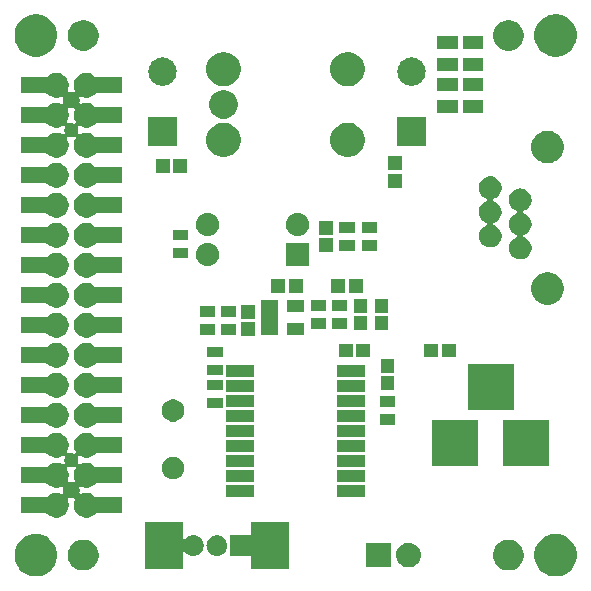
<source format=gts>
G04 #@! TF.GenerationSoftware,KiCad,Pcbnew,(5.0.2)-1*
G04 #@! TF.CreationDate,2019-02-20T01:19:10+09:00*
G04 #@! TF.ProjectId,M5Hackfon,4d354861-636b-4666-9f6e-2e6b69636164,v1.2*
G04 #@! TF.SameCoordinates,Original*
G04 #@! TF.FileFunction,Soldermask,Top*
G04 #@! TF.FilePolarity,Negative*
%FSLAX46Y46*%
G04 Gerber Fmt 4.6, Leading zero omitted, Abs format (unit mm)*
G04 Created by KiCad (PCBNEW (5.0.2)-1) date 2019/02/20 1:19:10*
%MOMM*%
%LPD*%
G01*
G04 APERTURE LIST*
%ADD10C,0.100000*%
G04 APERTURE END LIST*
D10*
G36*
X151367494Y-128237835D02*
X151525041Y-128269173D01*
X151852620Y-128404861D01*
X152081856Y-128558032D01*
X152147436Y-128601851D01*
X152398149Y-128852564D01*
X152398151Y-128852567D01*
X152595139Y-129147380D01*
X152705506Y-129413828D01*
X152730827Y-129474960D01*
X152799852Y-129821968D01*
X152800000Y-129822716D01*
X152800000Y-130177284D01*
X152730827Y-130525041D01*
X152595139Y-130852620D01*
X152473405Y-131034807D01*
X152398149Y-131147436D01*
X152147436Y-131398149D01*
X152147433Y-131398151D01*
X151852620Y-131595139D01*
X151525041Y-131730827D01*
X151409122Y-131753885D01*
X151177286Y-131800000D01*
X150822714Y-131800000D01*
X150590878Y-131753885D01*
X150474959Y-131730827D01*
X150147380Y-131595139D01*
X149852567Y-131398151D01*
X149852564Y-131398149D01*
X149601851Y-131147436D01*
X149526595Y-131034807D01*
X149404861Y-130852620D01*
X149269173Y-130525041D01*
X149200000Y-130177284D01*
X149200000Y-129822716D01*
X149200149Y-129821968D01*
X149269173Y-129474960D01*
X149294495Y-129413828D01*
X149404861Y-129147380D01*
X149601849Y-128852567D01*
X149601851Y-128852564D01*
X149852564Y-128601851D01*
X149918144Y-128558032D01*
X150147380Y-128404861D01*
X150474959Y-128269173D01*
X150632506Y-128237835D01*
X150822714Y-128200000D01*
X151177286Y-128200000D01*
X151367494Y-128237835D01*
X151367494Y-128237835D01*
G37*
G36*
X107367494Y-128237835D02*
X107525041Y-128269173D01*
X107852620Y-128404861D01*
X108081856Y-128558032D01*
X108147436Y-128601851D01*
X108398149Y-128852564D01*
X108398151Y-128852567D01*
X108595139Y-129147380D01*
X108705506Y-129413828D01*
X108730827Y-129474960D01*
X108799852Y-129821968D01*
X108800000Y-129822716D01*
X108800000Y-130177284D01*
X108730827Y-130525041D01*
X108595139Y-130852620D01*
X108473405Y-131034807D01*
X108398149Y-131147436D01*
X108147436Y-131398149D01*
X108147433Y-131398151D01*
X107852620Y-131595139D01*
X107525041Y-131730827D01*
X107409122Y-131753885D01*
X107177286Y-131800000D01*
X106822714Y-131800000D01*
X106590878Y-131753885D01*
X106474959Y-131730827D01*
X106147380Y-131595139D01*
X105852567Y-131398151D01*
X105852564Y-131398149D01*
X105601851Y-131147436D01*
X105526595Y-131034807D01*
X105404861Y-130852620D01*
X105269173Y-130525041D01*
X105200000Y-130177284D01*
X105200000Y-129822716D01*
X105200149Y-129821968D01*
X105269173Y-129474960D01*
X105294495Y-129413828D01*
X105404861Y-129147380D01*
X105601849Y-128852567D01*
X105601851Y-128852564D01*
X105852564Y-128601851D01*
X105918144Y-128558032D01*
X106147380Y-128404861D01*
X106474959Y-128269173D01*
X106632506Y-128237835D01*
X106822714Y-128200000D01*
X107177286Y-128200000D01*
X107367494Y-128237835D01*
X107367494Y-128237835D01*
G37*
G36*
X111379196Y-128749958D02*
X111615780Y-128847954D01*
X111828705Y-128990226D01*
X112009774Y-129171295D01*
X112152046Y-129384220D01*
X112250042Y-129620804D01*
X112300000Y-129871960D01*
X112300000Y-130128040D01*
X112250042Y-130379196D01*
X112152046Y-130615780D01*
X112009774Y-130828705D01*
X111828705Y-131009774D01*
X111615780Y-131152046D01*
X111379196Y-131250042D01*
X111128040Y-131300000D01*
X110871960Y-131300000D01*
X110620804Y-131250042D01*
X110384220Y-131152046D01*
X110171295Y-131009774D01*
X109990226Y-130828705D01*
X109847954Y-130615780D01*
X109749958Y-130379196D01*
X109700000Y-130128040D01*
X109700000Y-129871960D01*
X109749958Y-129620804D01*
X109847954Y-129384220D01*
X109990226Y-129171295D01*
X110171295Y-128990226D01*
X110384220Y-128847954D01*
X110620804Y-128749958D01*
X110871960Y-128700000D01*
X111128040Y-128700000D01*
X111379196Y-128749958D01*
X111379196Y-128749958D01*
G37*
G36*
X147379196Y-128749958D02*
X147615780Y-128847954D01*
X147828705Y-128990226D01*
X148009774Y-129171295D01*
X148152046Y-129384220D01*
X148250042Y-129620804D01*
X148300000Y-129871960D01*
X148300000Y-130128040D01*
X148250042Y-130379196D01*
X148152046Y-130615780D01*
X148009774Y-130828705D01*
X147828705Y-131009774D01*
X147615780Y-131152046D01*
X147379196Y-131250042D01*
X147128040Y-131300000D01*
X146871960Y-131300000D01*
X146620804Y-131250042D01*
X146384220Y-131152046D01*
X146171295Y-131009774D01*
X145990226Y-130828705D01*
X145847954Y-130615780D01*
X145749958Y-130379196D01*
X145700000Y-130128040D01*
X145700000Y-129871960D01*
X145749958Y-129620804D01*
X145847954Y-129384220D01*
X145990226Y-129171295D01*
X146171295Y-128990226D01*
X146384220Y-128847954D01*
X146620804Y-128749958D01*
X146871960Y-128700000D01*
X147128040Y-128700000D01*
X147379196Y-128749958D01*
X147379196Y-128749958D01*
G37*
G36*
X119420000Y-128558032D02*
X119422402Y-128582418D01*
X119429515Y-128605867D01*
X119441066Y-128627478D01*
X119456612Y-128646420D01*
X119475554Y-128661966D01*
X119497165Y-128673517D01*
X119520614Y-128680630D01*
X119545000Y-128683032D01*
X119569386Y-128680630D01*
X119592835Y-128673517D01*
X119614446Y-128661966D01*
X119633388Y-128646420D01*
X119641615Y-128637344D01*
X119698288Y-128568288D01*
X119831524Y-128458944D01*
X119932863Y-128404778D01*
X119983531Y-128377695D01*
X120038511Y-128361017D01*
X120148470Y-128327661D01*
X120234171Y-128319220D01*
X120277020Y-128315000D01*
X120362980Y-128315000D01*
X120405829Y-128319220D01*
X120491530Y-128327661D01*
X120601489Y-128361017D01*
X120656469Y-128377695D01*
X120707137Y-128404778D01*
X120808476Y-128458944D01*
X120941712Y-128568288D01*
X121051056Y-128701524D01*
X121076944Y-128749958D01*
X121132305Y-128853531D01*
X121132305Y-128853532D01*
X121182339Y-129018470D01*
X121182339Y-129018472D01*
X121195602Y-129153132D01*
X121200383Y-129177166D01*
X121205699Y-129190000D01*
X121200382Y-129202835D01*
X121195602Y-129226868D01*
X121182339Y-129361530D01*
X121166474Y-129413828D01*
X121132305Y-129526469D01*
X121105222Y-129577137D01*
X121051056Y-129678476D01*
X120941712Y-129811712D01*
X120808476Y-129921056D01*
X120707137Y-129975222D01*
X120656469Y-130002305D01*
X120601489Y-130018983D01*
X120491530Y-130052339D01*
X120405829Y-130060780D01*
X120362980Y-130065000D01*
X120277020Y-130065000D01*
X120234171Y-130060780D01*
X120148470Y-130052339D01*
X120038511Y-130018983D01*
X119983531Y-130002305D01*
X119932863Y-129975222D01*
X119831524Y-129921056D01*
X119698288Y-129811712D01*
X119641621Y-129742663D01*
X119624300Y-129725342D01*
X119603925Y-129711728D01*
X119581286Y-129702351D01*
X119557253Y-129697570D01*
X119532748Y-129697570D01*
X119508715Y-129702350D01*
X119486076Y-129711728D01*
X119465701Y-129725341D01*
X119448374Y-129742668D01*
X119434760Y-129763043D01*
X119425383Y-129785682D01*
X119420602Y-129809715D01*
X119420000Y-129821968D01*
X119420000Y-131140000D01*
X116220000Y-131140000D01*
X116220000Y-127240000D01*
X119420000Y-127240000D01*
X119420000Y-128558032D01*
X119420000Y-128558032D01*
G37*
G36*
X128420000Y-131140000D02*
X125220000Y-131140000D01*
X125220000Y-130190000D01*
X125217598Y-130165614D01*
X125210485Y-130142165D01*
X125198934Y-130120554D01*
X125183388Y-130101612D01*
X125164446Y-130086066D01*
X125142835Y-130074515D01*
X125119386Y-130067402D01*
X125095000Y-130065000D01*
X123445000Y-130065000D01*
X123445000Y-129239120D01*
X123442598Y-129214734D01*
X123435485Y-129191285D01*
X123434518Y-129189476D01*
X123439618Y-129177165D01*
X123445000Y-129140880D01*
X123445000Y-128315000D01*
X125095000Y-128315000D01*
X125119386Y-128312598D01*
X125142835Y-128305485D01*
X125164446Y-128293934D01*
X125183388Y-128278388D01*
X125198934Y-128259446D01*
X125210485Y-128237835D01*
X125217598Y-128214386D01*
X125220000Y-128190000D01*
X125220000Y-127240000D01*
X128420000Y-127240000D01*
X128420000Y-131140000D01*
X128420000Y-131140000D01*
G37*
G36*
X138668707Y-128957597D02*
X138745836Y-128965193D01*
X138877787Y-129005220D01*
X138943763Y-129025233D01*
X139126172Y-129122733D01*
X139286054Y-129253946D01*
X139417267Y-129413828D01*
X139514767Y-129596237D01*
X139514767Y-129596238D01*
X139574807Y-129794164D01*
X139595080Y-130000000D01*
X139574807Y-130205836D01*
X139534780Y-130337787D01*
X139514767Y-130403763D01*
X139417267Y-130586172D01*
X139286054Y-130746054D01*
X139126172Y-130877267D01*
X138943763Y-130974767D01*
X138877787Y-130994780D01*
X138745836Y-131034807D01*
X138668707Y-131042403D01*
X138591580Y-131050000D01*
X138488420Y-131050000D01*
X138411293Y-131042403D01*
X138334164Y-131034807D01*
X138202213Y-130994780D01*
X138136237Y-130974767D01*
X137953828Y-130877267D01*
X137793946Y-130746054D01*
X137662733Y-130586172D01*
X137565233Y-130403763D01*
X137545220Y-130337787D01*
X137505193Y-130205836D01*
X137484920Y-130000000D01*
X137505193Y-129794164D01*
X137565233Y-129596238D01*
X137565233Y-129596237D01*
X137662733Y-129413828D01*
X137793946Y-129253946D01*
X137953828Y-129122733D01*
X138136237Y-129025233D01*
X138202213Y-129005220D01*
X138334164Y-128965193D01*
X138411293Y-128957597D01*
X138488420Y-128950000D01*
X138591580Y-128950000D01*
X138668707Y-128957597D01*
X138668707Y-128957597D01*
G37*
G36*
X137050000Y-131050000D02*
X134950000Y-131050000D01*
X134950000Y-128950000D01*
X137050000Y-128950000D01*
X137050000Y-131050000D01*
X137050000Y-131050000D01*
G37*
G36*
X122405829Y-128319220D02*
X122491530Y-128327661D01*
X122601489Y-128361017D01*
X122656469Y-128377695D01*
X122707137Y-128404778D01*
X122808476Y-128458944D01*
X122941712Y-128568288D01*
X123051056Y-128701524D01*
X123076944Y-128749958D01*
X123132305Y-128853531D01*
X123132305Y-128853532D01*
X123182339Y-129018470D01*
X123182339Y-129018472D01*
X123195602Y-129153132D01*
X123200383Y-129177166D01*
X123205482Y-129189476D01*
X123204515Y-129191285D01*
X123195602Y-129226868D01*
X123182339Y-129361530D01*
X123166474Y-129413828D01*
X123132305Y-129526469D01*
X123105222Y-129577137D01*
X123051056Y-129678476D01*
X122941712Y-129811712D01*
X122808476Y-129921056D01*
X122707137Y-129975222D01*
X122656469Y-130002305D01*
X122601489Y-130018983D01*
X122491530Y-130052339D01*
X122405829Y-130060780D01*
X122362980Y-130065000D01*
X122277020Y-130065000D01*
X122234171Y-130060780D01*
X122148470Y-130052339D01*
X122038511Y-130018983D01*
X121983531Y-130002305D01*
X121932863Y-129975222D01*
X121831524Y-129921056D01*
X121698288Y-129811712D01*
X121588944Y-129678476D01*
X121534778Y-129577137D01*
X121507695Y-129526469D01*
X121473526Y-129413828D01*
X121457661Y-129361530D01*
X121444398Y-129226868D01*
X121439617Y-129202834D01*
X121434301Y-129190000D01*
X121439618Y-129177165D01*
X121444398Y-129153132D01*
X121457661Y-129018472D01*
X121457661Y-129018470D01*
X121507695Y-128853532D01*
X121507695Y-128853531D01*
X121563056Y-128749958D01*
X121588944Y-128701524D01*
X121698288Y-128568288D01*
X121831524Y-128458944D01*
X121932863Y-128404778D01*
X121983531Y-128377695D01*
X122038511Y-128361017D01*
X122148470Y-128327661D01*
X122234171Y-128319220D01*
X122277020Y-128315000D01*
X122362980Y-128315000D01*
X122405829Y-128319220D01*
X122405829Y-128319220D01*
G37*
G36*
X108855888Y-119654470D02*
X109036274Y-119690350D01*
X109227362Y-119769502D01*
X109399336Y-119884411D01*
X109545589Y-120030664D01*
X109660498Y-120202638D01*
X109739650Y-120393726D01*
X109780000Y-120596584D01*
X109780000Y-120803416D01*
X109739650Y-121006274D01*
X109660498Y-121197362D01*
X109645679Y-121219540D01*
X109634133Y-121241142D01*
X109627020Y-121264591D01*
X109624618Y-121288977D01*
X109627020Y-121313363D01*
X109634133Y-121336812D01*
X109645684Y-121358423D01*
X109661230Y-121377365D01*
X109680172Y-121392911D01*
X109701783Y-121404462D01*
X109725232Y-121411575D01*
X109749618Y-121413977D01*
X109774004Y-121411575D01*
X109797454Y-121404462D01*
X109803751Y-121401854D01*
X109824986Y-121393058D01*
X109824987Y-121393058D01*
X109824989Y-121393057D01*
X109940904Y-121370000D01*
X110059096Y-121370000D01*
X110175011Y-121393057D01*
X110175013Y-121393058D01*
X110175014Y-121393058D01*
X110196249Y-121401854D01*
X110202546Y-121404462D01*
X110225995Y-121411575D01*
X110250381Y-121413977D01*
X110274768Y-121411575D01*
X110298217Y-121404462D01*
X110319828Y-121392911D01*
X110338770Y-121377366D01*
X110354315Y-121358424D01*
X110365867Y-121336813D01*
X110372980Y-121313364D01*
X110375382Y-121288978D01*
X110372980Y-121264591D01*
X110365867Y-121241142D01*
X110354321Y-121219540D01*
X110339502Y-121197362D01*
X110260350Y-121006274D01*
X110220000Y-120803416D01*
X110220000Y-120596584D01*
X110260350Y-120393726D01*
X110339502Y-120202638D01*
X110454411Y-120030664D01*
X110600664Y-119884411D01*
X110772638Y-119769502D01*
X110963726Y-119690350D01*
X111144112Y-119654470D01*
X111166583Y-119650000D01*
X111373417Y-119650000D01*
X111395888Y-119654470D01*
X111576274Y-119690350D01*
X111767362Y-119769502D01*
X111939336Y-119884411D01*
X112018313Y-119963388D01*
X112037255Y-119978934D01*
X112058866Y-119990485D01*
X112082315Y-119997598D01*
X112106701Y-120000000D01*
X114300000Y-120000000D01*
X114300000Y-121400000D01*
X112106701Y-121400000D01*
X112082315Y-121402402D01*
X112058866Y-121409515D01*
X112037255Y-121421066D01*
X112018313Y-121436612D01*
X111939336Y-121515589D01*
X111767362Y-121630498D01*
X111576274Y-121709650D01*
X111395888Y-121745530D01*
X111373417Y-121750000D01*
X111166583Y-121750000D01*
X111144112Y-121745530D01*
X110963726Y-121709650D01*
X110772638Y-121630498D01*
X110750460Y-121615679D01*
X110728858Y-121604133D01*
X110705409Y-121597020D01*
X110681023Y-121594618D01*
X110656637Y-121597020D01*
X110633188Y-121604133D01*
X110611577Y-121615684D01*
X110592635Y-121631230D01*
X110577089Y-121650172D01*
X110565538Y-121671783D01*
X110558425Y-121695232D01*
X110556023Y-121719618D01*
X110558425Y-121744004D01*
X110565538Y-121767454D01*
X110576943Y-121794989D01*
X110600000Y-121910904D01*
X110600000Y-122029096D01*
X110576943Y-122145011D01*
X110565538Y-122172546D01*
X110558425Y-122195995D01*
X110556023Y-122220381D01*
X110558425Y-122244768D01*
X110565538Y-122268217D01*
X110577089Y-122289828D01*
X110592634Y-122308770D01*
X110611576Y-122324315D01*
X110633187Y-122335867D01*
X110656636Y-122342980D01*
X110681022Y-122345382D01*
X110705409Y-122342980D01*
X110728858Y-122335867D01*
X110750460Y-122324321D01*
X110772638Y-122309502D01*
X110963726Y-122230350D01*
X111144112Y-122194470D01*
X111166583Y-122190000D01*
X111373417Y-122190000D01*
X111395888Y-122194470D01*
X111576274Y-122230350D01*
X111767362Y-122309502D01*
X111939336Y-122424411D01*
X112018313Y-122503388D01*
X112037255Y-122518934D01*
X112058866Y-122530485D01*
X112082315Y-122537598D01*
X112106701Y-122540000D01*
X114300000Y-122540000D01*
X114300000Y-123940000D01*
X112106701Y-123940000D01*
X112082315Y-123942402D01*
X112058866Y-123949515D01*
X112037255Y-123961066D01*
X112018313Y-123976612D01*
X111939336Y-124055589D01*
X111767362Y-124170498D01*
X111576274Y-124249650D01*
X111395888Y-124285530D01*
X111373417Y-124290000D01*
X111166583Y-124290000D01*
X111144112Y-124285530D01*
X110963726Y-124249650D01*
X110850871Y-124202903D01*
X110827437Y-124195795D01*
X110803050Y-124193393D01*
X110778664Y-124195795D01*
X110755215Y-124202908D01*
X110733604Y-124214459D01*
X110714662Y-124230004D01*
X110699117Y-124248946D01*
X110687565Y-124270557D01*
X110680452Y-124294006D01*
X110678050Y-124318393D01*
X110680452Y-124342779D01*
X110700000Y-124441055D01*
X110700000Y-124578945D01*
X110680452Y-124677221D01*
X110678050Y-124701607D01*
X110680452Y-124725994D01*
X110687565Y-124749443D01*
X110699117Y-124771054D01*
X110714662Y-124789996D01*
X110733604Y-124805541D01*
X110755215Y-124817092D01*
X110778664Y-124824205D01*
X110803050Y-124826607D01*
X110827437Y-124824205D01*
X110850871Y-124817097D01*
X110963726Y-124770350D01*
X111144112Y-124734470D01*
X111166583Y-124730000D01*
X111373417Y-124730000D01*
X111395888Y-124734470D01*
X111576274Y-124770350D01*
X111767362Y-124849502D01*
X111939336Y-124964411D01*
X112018313Y-125043388D01*
X112037255Y-125058934D01*
X112058866Y-125070485D01*
X112082315Y-125077598D01*
X112106701Y-125080000D01*
X114300000Y-125080000D01*
X114300000Y-126480000D01*
X112106701Y-126480000D01*
X112082315Y-126482402D01*
X112058866Y-126489515D01*
X112037255Y-126501066D01*
X112018313Y-126516612D01*
X111939336Y-126595589D01*
X111767362Y-126710498D01*
X111576274Y-126789650D01*
X111395888Y-126825530D01*
X111373417Y-126830000D01*
X111166583Y-126830000D01*
X111144112Y-126825530D01*
X110963726Y-126789650D01*
X110772638Y-126710498D01*
X110600664Y-126595589D01*
X110454411Y-126449336D01*
X110339502Y-126277362D01*
X110260350Y-126086274D01*
X110220000Y-125883416D01*
X110220000Y-125676584D01*
X110260350Y-125473726D01*
X110307097Y-125360871D01*
X110314205Y-125337437D01*
X110316607Y-125313050D01*
X110314205Y-125288664D01*
X110307092Y-125265215D01*
X110295541Y-125243604D01*
X110279996Y-125224662D01*
X110261054Y-125209117D01*
X110239443Y-125197565D01*
X110215994Y-125190452D01*
X110191607Y-125188050D01*
X110167221Y-125190452D01*
X110068945Y-125210000D01*
X109931055Y-125210000D01*
X109832779Y-125190452D01*
X109808393Y-125188050D01*
X109784006Y-125190452D01*
X109760557Y-125197565D01*
X109738946Y-125209117D01*
X109720004Y-125224662D01*
X109704459Y-125243604D01*
X109692908Y-125265215D01*
X109685795Y-125288664D01*
X109683393Y-125313050D01*
X109685795Y-125337437D01*
X109692903Y-125360871D01*
X109739650Y-125473726D01*
X109780000Y-125676584D01*
X109780000Y-125883416D01*
X109739650Y-126086274D01*
X109660498Y-126277362D01*
X109545589Y-126449336D01*
X109399336Y-126595589D01*
X109227362Y-126710498D01*
X109036274Y-126789650D01*
X108855888Y-126825530D01*
X108833417Y-126830000D01*
X108626583Y-126830000D01*
X108604112Y-126825530D01*
X108423726Y-126789650D01*
X108232638Y-126710498D01*
X108060664Y-126595589D01*
X107981687Y-126516612D01*
X107962745Y-126501066D01*
X107941134Y-126489515D01*
X107917685Y-126482402D01*
X107893299Y-126480000D01*
X105700000Y-126480000D01*
X105700000Y-125080000D01*
X107893299Y-125080000D01*
X107917685Y-125077598D01*
X107941134Y-125070485D01*
X107962745Y-125058934D01*
X107981687Y-125043388D01*
X108060664Y-124964411D01*
X108232638Y-124849502D01*
X108423726Y-124770350D01*
X108604112Y-124734470D01*
X108626583Y-124730000D01*
X108833417Y-124730000D01*
X108855888Y-124734470D01*
X109036274Y-124770350D01*
X109149129Y-124817097D01*
X109172563Y-124824205D01*
X109196950Y-124826607D01*
X109221336Y-124824205D01*
X109244785Y-124817092D01*
X109266396Y-124805541D01*
X109285338Y-124789996D01*
X109300883Y-124771054D01*
X109312435Y-124749443D01*
X109319548Y-124725994D01*
X109321950Y-124701607D01*
X109319548Y-124677221D01*
X109300000Y-124578945D01*
X109300000Y-124441055D01*
X109319548Y-124342779D01*
X109321950Y-124318393D01*
X109319548Y-124294006D01*
X109312435Y-124270557D01*
X109300883Y-124248946D01*
X109285338Y-124230004D01*
X109266396Y-124214459D01*
X109244785Y-124202908D01*
X109221336Y-124195795D01*
X109196950Y-124193393D01*
X109172563Y-124195795D01*
X109149129Y-124202903D01*
X109036274Y-124249650D01*
X108855888Y-124285530D01*
X108833417Y-124290000D01*
X108626583Y-124290000D01*
X108604112Y-124285530D01*
X108423726Y-124249650D01*
X108232638Y-124170498D01*
X108060664Y-124055589D01*
X107981687Y-123976612D01*
X107962745Y-123961066D01*
X107941134Y-123949515D01*
X107917685Y-123942402D01*
X107893299Y-123940000D01*
X105700000Y-123940000D01*
X105700000Y-122651022D01*
X109624618Y-122651022D01*
X109627020Y-122675409D01*
X109634133Y-122698858D01*
X109645679Y-122720460D01*
X109660498Y-122742638D01*
X109739650Y-122933726D01*
X109780000Y-123136584D01*
X109780000Y-123343416D01*
X109739650Y-123546274D01*
X109692903Y-123659129D01*
X109685795Y-123682563D01*
X109683393Y-123706950D01*
X109685795Y-123731336D01*
X109692908Y-123754785D01*
X109704459Y-123776396D01*
X109720004Y-123795338D01*
X109738946Y-123810883D01*
X109760557Y-123822435D01*
X109784006Y-123829548D01*
X109808393Y-123831950D01*
X109832779Y-123829548D01*
X109931055Y-123810000D01*
X110068945Y-123810000D01*
X110167221Y-123829548D01*
X110191607Y-123831950D01*
X110215994Y-123829548D01*
X110239443Y-123822435D01*
X110261054Y-123810883D01*
X110279996Y-123795338D01*
X110295541Y-123776396D01*
X110307092Y-123754785D01*
X110314205Y-123731336D01*
X110316607Y-123706950D01*
X110314205Y-123682563D01*
X110307097Y-123659129D01*
X110260350Y-123546274D01*
X110220000Y-123343416D01*
X110220000Y-123136584D01*
X110260350Y-122933726D01*
X110339502Y-122742638D01*
X110354321Y-122720460D01*
X110365867Y-122698858D01*
X110372980Y-122675409D01*
X110375382Y-122651023D01*
X110372980Y-122626637D01*
X110365867Y-122603188D01*
X110354316Y-122581577D01*
X110338770Y-122562635D01*
X110319828Y-122547089D01*
X110298217Y-122535538D01*
X110274768Y-122528425D01*
X110250382Y-122526023D01*
X110225996Y-122528425D01*
X110202545Y-122535538D01*
X110175014Y-122546942D01*
X110175013Y-122546942D01*
X110175011Y-122546943D01*
X110059096Y-122570000D01*
X109940904Y-122570000D01*
X109824989Y-122546943D01*
X109824987Y-122546942D01*
X109824986Y-122546942D01*
X109797455Y-122535538D01*
X109774005Y-122528425D01*
X109749619Y-122526023D01*
X109725232Y-122528425D01*
X109701783Y-122535538D01*
X109680172Y-122547089D01*
X109661230Y-122562634D01*
X109645685Y-122581576D01*
X109634133Y-122603187D01*
X109627020Y-122626636D01*
X109624618Y-122651022D01*
X105700000Y-122651022D01*
X105700000Y-122540000D01*
X107893299Y-122540000D01*
X107917685Y-122537598D01*
X107941134Y-122530485D01*
X107962745Y-122518934D01*
X107981687Y-122503388D01*
X108060664Y-122424411D01*
X108232638Y-122309502D01*
X108423726Y-122230350D01*
X108604112Y-122194470D01*
X108626583Y-122190000D01*
X108833417Y-122190000D01*
X108855888Y-122194470D01*
X109036274Y-122230350D01*
X109227362Y-122309502D01*
X109249540Y-122324321D01*
X109271142Y-122335867D01*
X109294591Y-122342980D01*
X109318977Y-122345382D01*
X109343363Y-122342980D01*
X109366812Y-122335867D01*
X109388423Y-122324316D01*
X109407365Y-122308770D01*
X109422911Y-122289828D01*
X109434462Y-122268217D01*
X109441575Y-122244768D01*
X109443977Y-122220382D01*
X109441575Y-122195996D01*
X109434462Y-122172546D01*
X109423057Y-122145011D01*
X109400000Y-122029096D01*
X109400000Y-121910904D01*
X109423057Y-121794989D01*
X109434462Y-121767454D01*
X109441575Y-121744005D01*
X109443977Y-121719619D01*
X109441575Y-121695232D01*
X109434462Y-121671783D01*
X109422911Y-121650172D01*
X109407366Y-121631230D01*
X109388424Y-121615685D01*
X109366813Y-121604133D01*
X109343364Y-121597020D01*
X109318978Y-121594618D01*
X109294591Y-121597020D01*
X109271142Y-121604133D01*
X109249540Y-121615679D01*
X109227362Y-121630498D01*
X109036274Y-121709650D01*
X108855888Y-121745530D01*
X108833417Y-121750000D01*
X108626583Y-121750000D01*
X108604112Y-121745530D01*
X108423726Y-121709650D01*
X108232638Y-121630498D01*
X108060664Y-121515589D01*
X107981687Y-121436612D01*
X107962745Y-121421066D01*
X107941134Y-121409515D01*
X107917685Y-121402402D01*
X107893299Y-121400000D01*
X105700000Y-121400000D01*
X105700000Y-120000000D01*
X107893299Y-120000000D01*
X107917685Y-119997598D01*
X107941134Y-119990485D01*
X107962745Y-119978934D01*
X107981687Y-119963388D01*
X108060664Y-119884411D01*
X108232638Y-119769502D01*
X108423726Y-119690350D01*
X108604112Y-119654470D01*
X108626583Y-119650000D01*
X108833417Y-119650000D01*
X108855888Y-119654470D01*
X108855888Y-119654470D01*
G37*
G36*
X134900000Y-125080000D02*
X132500000Y-125080000D01*
X132500000Y-124080000D01*
X134900000Y-124080000D01*
X134900000Y-125080000D01*
X134900000Y-125080000D01*
G37*
G36*
X125500000Y-125080000D02*
X123100000Y-125080000D01*
X123100000Y-124080000D01*
X125500000Y-124080000D01*
X125500000Y-125080000D01*
X125500000Y-125080000D01*
G37*
G36*
X134900000Y-123810000D02*
X132500000Y-123810000D01*
X132500000Y-122810000D01*
X134900000Y-122810000D01*
X134900000Y-123810000D01*
X134900000Y-123810000D01*
G37*
G36*
X125500000Y-123810000D02*
X123100000Y-123810000D01*
X123100000Y-122810000D01*
X125500000Y-122810000D01*
X125500000Y-123810000D01*
X125500000Y-123810000D01*
G37*
G36*
X118724870Y-121695232D02*
X118882105Y-121726508D01*
X119054994Y-121798121D01*
X119210590Y-121902087D01*
X119342913Y-122034410D01*
X119446879Y-122190006D01*
X119518492Y-122362895D01*
X119530728Y-122424411D01*
X119553721Y-122540000D01*
X119555000Y-122546433D01*
X119555000Y-122733567D01*
X119518492Y-122917105D01*
X119446879Y-123089994D01*
X119342913Y-123245590D01*
X119210590Y-123377913D01*
X119054994Y-123481879D01*
X118882105Y-123553492D01*
X118744451Y-123580873D01*
X118698568Y-123590000D01*
X118511432Y-123590000D01*
X118465549Y-123580873D01*
X118327895Y-123553492D01*
X118155006Y-123481879D01*
X117999410Y-123377913D01*
X117867087Y-123245590D01*
X117763121Y-123089994D01*
X117691508Y-122917105D01*
X117655000Y-122733567D01*
X117655000Y-122546433D01*
X117656280Y-122540000D01*
X117679272Y-122424411D01*
X117691508Y-122362895D01*
X117763121Y-122190006D01*
X117867087Y-122034410D01*
X117999410Y-121902087D01*
X118155006Y-121798121D01*
X118327895Y-121726508D01*
X118485130Y-121695232D01*
X118511432Y-121690000D01*
X118698568Y-121690000D01*
X118724870Y-121695232D01*
X118724870Y-121695232D01*
G37*
G36*
X134900000Y-122540000D02*
X132500000Y-122540000D01*
X132500000Y-121540000D01*
X134900000Y-121540000D01*
X134900000Y-122540000D01*
X134900000Y-122540000D01*
G37*
G36*
X125500000Y-122540000D02*
X123100000Y-122540000D01*
X123100000Y-121540000D01*
X125500000Y-121540000D01*
X125500000Y-122540000D01*
X125500000Y-122540000D01*
G37*
G36*
X150450000Y-122450000D02*
X146550000Y-122450000D01*
X146550000Y-118550000D01*
X150450000Y-118550000D01*
X150450000Y-122450000D01*
X150450000Y-122450000D01*
G37*
G36*
X144450000Y-122450000D02*
X140550000Y-122450000D01*
X140550000Y-118550000D01*
X144450000Y-118550000D01*
X144450000Y-122450000D01*
X144450000Y-122450000D01*
G37*
G36*
X134900000Y-121270000D02*
X132500000Y-121270000D01*
X132500000Y-120270000D01*
X134900000Y-120270000D01*
X134900000Y-121270000D01*
X134900000Y-121270000D01*
G37*
G36*
X125500000Y-121270000D02*
X123100000Y-121270000D01*
X123100000Y-120270000D01*
X125500000Y-120270000D01*
X125500000Y-121270000D01*
X125500000Y-121270000D01*
G37*
G36*
X125500000Y-120000000D02*
X123100000Y-120000000D01*
X123100000Y-119000000D01*
X125500000Y-119000000D01*
X125500000Y-120000000D01*
X125500000Y-120000000D01*
G37*
G36*
X134900000Y-120000000D02*
X132500000Y-120000000D01*
X132500000Y-119000000D01*
X134900000Y-119000000D01*
X134900000Y-120000000D01*
X134900000Y-120000000D01*
G37*
G36*
X108855888Y-117114470D02*
X109036274Y-117150350D01*
X109227362Y-117229502D01*
X109399336Y-117344411D01*
X109545589Y-117490664D01*
X109660498Y-117662638D01*
X109739650Y-117853726D01*
X109775530Y-118034112D01*
X109776126Y-118037105D01*
X109780000Y-118056584D01*
X109780000Y-118263416D01*
X109739650Y-118466274D01*
X109660498Y-118657362D01*
X109545589Y-118829336D01*
X109399336Y-118975589D01*
X109227362Y-119090498D01*
X109036274Y-119169650D01*
X108855888Y-119205530D01*
X108833417Y-119210000D01*
X108626583Y-119210000D01*
X108604112Y-119205530D01*
X108423726Y-119169650D01*
X108232638Y-119090498D01*
X108060664Y-118975589D01*
X107981687Y-118896612D01*
X107962745Y-118881066D01*
X107941134Y-118869515D01*
X107917685Y-118862402D01*
X107893299Y-118860000D01*
X105700000Y-118860000D01*
X105700000Y-117460000D01*
X107893299Y-117460000D01*
X107917685Y-117457598D01*
X107941134Y-117450485D01*
X107962745Y-117438934D01*
X107981687Y-117423388D01*
X108060664Y-117344411D01*
X108232638Y-117229502D01*
X108423726Y-117150350D01*
X108604112Y-117114470D01*
X108626583Y-117110000D01*
X108833417Y-117110000D01*
X108855888Y-117114470D01*
X108855888Y-117114470D01*
G37*
G36*
X111395888Y-117114470D02*
X111576274Y-117150350D01*
X111767362Y-117229502D01*
X111939336Y-117344411D01*
X112018313Y-117423388D01*
X112037255Y-117438934D01*
X112058866Y-117450485D01*
X112082315Y-117457598D01*
X112106701Y-117460000D01*
X114300000Y-117460000D01*
X114300000Y-118860000D01*
X112106701Y-118860000D01*
X112082315Y-118862402D01*
X112058866Y-118869515D01*
X112037255Y-118881066D01*
X112018313Y-118896612D01*
X111939336Y-118975589D01*
X111767362Y-119090498D01*
X111576274Y-119169650D01*
X111395888Y-119205530D01*
X111373417Y-119210000D01*
X111166583Y-119210000D01*
X111144112Y-119205530D01*
X110963726Y-119169650D01*
X110772638Y-119090498D01*
X110600664Y-118975589D01*
X110454411Y-118829336D01*
X110339502Y-118657362D01*
X110260350Y-118466274D01*
X110220000Y-118263416D01*
X110220000Y-118056584D01*
X110223875Y-118037105D01*
X110224470Y-118034112D01*
X110260350Y-117853726D01*
X110339502Y-117662638D01*
X110454411Y-117490664D01*
X110600664Y-117344411D01*
X110772638Y-117229502D01*
X110963726Y-117150350D01*
X111144112Y-117114470D01*
X111166583Y-117110000D01*
X111373417Y-117110000D01*
X111395888Y-117114470D01*
X111395888Y-117114470D01*
G37*
G36*
X137416000Y-118960000D02*
X136116000Y-118960000D01*
X136116000Y-118060000D01*
X137416000Y-118060000D01*
X137416000Y-118960000D01*
X137416000Y-118960000D01*
G37*
G36*
X134900000Y-118730000D02*
X132500000Y-118730000D01*
X132500000Y-117730000D01*
X134900000Y-117730000D01*
X134900000Y-118730000D01*
X134900000Y-118730000D01*
G37*
G36*
X125500000Y-118730000D02*
X123100000Y-118730000D01*
X123100000Y-117730000D01*
X125500000Y-117730000D01*
X125500000Y-118730000D01*
X125500000Y-118730000D01*
G37*
G36*
X118744451Y-116819127D02*
X118882105Y-116846508D01*
X119054994Y-116918121D01*
X119210590Y-117022087D01*
X119342913Y-117154410D01*
X119446879Y-117310006D01*
X119518492Y-117482895D01*
X119520037Y-117490664D01*
X119555000Y-117666432D01*
X119555000Y-117853568D01*
X119554968Y-117853729D01*
X119518492Y-118037105D01*
X119446879Y-118209994D01*
X119342913Y-118365590D01*
X119210590Y-118497913D01*
X119054994Y-118601879D01*
X118882105Y-118673492D01*
X118744452Y-118700873D01*
X118698568Y-118710000D01*
X118511432Y-118710000D01*
X118465548Y-118700873D01*
X118327895Y-118673492D01*
X118155006Y-118601879D01*
X117999410Y-118497913D01*
X117867087Y-118365590D01*
X117763121Y-118209994D01*
X117691508Y-118037105D01*
X117655032Y-117853729D01*
X117655000Y-117853568D01*
X117655000Y-117666432D01*
X117689963Y-117490664D01*
X117691508Y-117482895D01*
X117763121Y-117310006D01*
X117867087Y-117154410D01*
X117999410Y-117022087D01*
X118155006Y-116918121D01*
X118327895Y-116846508D01*
X118465549Y-116819127D01*
X118511432Y-116810000D01*
X118698568Y-116810000D01*
X118744451Y-116819127D01*
X118744451Y-116819127D01*
G37*
G36*
X147450000Y-117750000D02*
X143550000Y-117750000D01*
X143550000Y-113850000D01*
X147450000Y-113850000D01*
X147450000Y-117750000D01*
X147450000Y-117750000D01*
G37*
G36*
X122811000Y-117563000D02*
X121511000Y-117563000D01*
X121511000Y-116663000D01*
X122811000Y-116663000D01*
X122811000Y-117563000D01*
X122811000Y-117563000D01*
G37*
G36*
X134900000Y-117460000D02*
X132500000Y-117460000D01*
X132500000Y-116460000D01*
X134900000Y-116460000D01*
X134900000Y-117460000D01*
X134900000Y-117460000D01*
G37*
G36*
X125500000Y-117460000D02*
X123100000Y-117460000D01*
X123100000Y-116460000D01*
X125500000Y-116460000D01*
X125500000Y-117460000D01*
X125500000Y-117460000D01*
G37*
G36*
X137416000Y-117460000D02*
X136116000Y-117460000D01*
X136116000Y-116560000D01*
X137416000Y-116560000D01*
X137416000Y-117460000D01*
X137416000Y-117460000D01*
G37*
G36*
X108855888Y-114574470D02*
X109036274Y-114610350D01*
X109227362Y-114689502D01*
X109399336Y-114804411D01*
X109545589Y-114950664D01*
X109660498Y-115122638D01*
X109739650Y-115313726D01*
X109780000Y-115516584D01*
X109780000Y-115723416D01*
X109739650Y-115926274D01*
X109660498Y-116117362D01*
X109545589Y-116289336D01*
X109399336Y-116435589D01*
X109227362Y-116550498D01*
X109036274Y-116629650D01*
X108868608Y-116663000D01*
X108833417Y-116670000D01*
X108626583Y-116670000D01*
X108591392Y-116663000D01*
X108423726Y-116629650D01*
X108232638Y-116550498D01*
X108060664Y-116435589D01*
X107981687Y-116356612D01*
X107962745Y-116341066D01*
X107941134Y-116329515D01*
X107917685Y-116322402D01*
X107893299Y-116320000D01*
X105700000Y-116320000D01*
X105700000Y-114920000D01*
X107893299Y-114920000D01*
X107917685Y-114917598D01*
X107941134Y-114910485D01*
X107962745Y-114898934D01*
X107981687Y-114883388D01*
X108060664Y-114804411D01*
X108232638Y-114689502D01*
X108423726Y-114610350D01*
X108604112Y-114574470D01*
X108626583Y-114570000D01*
X108833417Y-114570000D01*
X108855888Y-114574470D01*
X108855888Y-114574470D01*
G37*
G36*
X111395888Y-114574470D02*
X111576274Y-114610350D01*
X111767362Y-114689502D01*
X111939336Y-114804411D01*
X112018313Y-114883388D01*
X112037255Y-114898934D01*
X112058866Y-114910485D01*
X112082315Y-114917598D01*
X112106701Y-114920000D01*
X114300000Y-114920000D01*
X114300000Y-116320000D01*
X112106701Y-116320000D01*
X112082315Y-116322402D01*
X112058866Y-116329515D01*
X112037255Y-116341066D01*
X112018313Y-116356612D01*
X111939336Y-116435589D01*
X111767362Y-116550498D01*
X111576274Y-116629650D01*
X111408608Y-116663000D01*
X111373417Y-116670000D01*
X111166583Y-116670000D01*
X111131392Y-116663000D01*
X110963726Y-116629650D01*
X110772638Y-116550498D01*
X110600664Y-116435589D01*
X110454411Y-116289336D01*
X110339502Y-116117362D01*
X110260350Y-115926274D01*
X110220000Y-115723416D01*
X110220000Y-115516584D01*
X110260350Y-115313726D01*
X110339502Y-115122638D01*
X110454411Y-114950664D01*
X110600664Y-114804411D01*
X110772638Y-114689502D01*
X110963726Y-114610350D01*
X111144112Y-114574470D01*
X111166583Y-114570000D01*
X111373417Y-114570000D01*
X111395888Y-114574470D01*
X111395888Y-114574470D01*
G37*
G36*
X134900000Y-116190000D02*
X132500000Y-116190000D01*
X132500000Y-115190000D01*
X134900000Y-115190000D01*
X134900000Y-116190000D01*
X134900000Y-116190000D01*
G37*
G36*
X125500000Y-116190000D02*
X123100000Y-116190000D01*
X123100000Y-115190000D01*
X125500000Y-115190000D01*
X125500000Y-116190000D01*
X125500000Y-116190000D01*
G37*
G36*
X122811000Y-116063000D02*
X121511000Y-116063000D01*
X121511000Y-115163000D01*
X122811000Y-115163000D01*
X122811000Y-116063000D01*
X122811000Y-116063000D01*
G37*
G36*
X137341000Y-116062000D02*
X136191000Y-116062000D01*
X136191000Y-114862000D01*
X137341000Y-114862000D01*
X137341000Y-116062000D01*
X137341000Y-116062000D01*
G37*
G36*
X134900000Y-114920000D02*
X132500000Y-114920000D01*
X132500000Y-113920000D01*
X134900000Y-113920000D01*
X134900000Y-114920000D01*
X134900000Y-114920000D01*
G37*
G36*
X125500000Y-114920000D02*
X123100000Y-114920000D01*
X123100000Y-113920000D01*
X125500000Y-113920000D01*
X125500000Y-114920000D01*
X125500000Y-114920000D01*
G37*
G36*
X122811000Y-114769000D02*
X121511000Y-114769000D01*
X121511000Y-113869000D01*
X122811000Y-113869000D01*
X122811000Y-114769000D01*
X122811000Y-114769000D01*
G37*
G36*
X137341000Y-114562000D02*
X136191000Y-114562000D01*
X136191000Y-113362000D01*
X137341000Y-113362000D01*
X137341000Y-114562000D01*
X137341000Y-114562000D01*
G37*
G36*
X111395888Y-112034470D02*
X111576274Y-112070350D01*
X111767362Y-112149502D01*
X111939336Y-112264411D01*
X112018313Y-112343388D01*
X112037255Y-112358934D01*
X112058866Y-112370485D01*
X112082315Y-112377598D01*
X112106701Y-112380000D01*
X114300000Y-112380000D01*
X114300000Y-113780000D01*
X112106701Y-113780000D01*
X112082315Y-113782402D01*
X112058866Y-113789515D01*
X112037255Y-113801066D01*
X112018313Y-113816612D01*
X111939336Y-113895589D01*
X111767362Y-114010498D01*
X111576274Y-114089650D01*
X111395888Y-114125530D01*
X111373417Y-114130000D01*
X111166583Y-114130000D01*
X111144112Y-114125530D01*
X110963726Y-114089650D01*
X110772638Y-114010498D01*
X110600664Y-113895589D01*
X110454411Y-113749336D01*
X110339502Y-113577362D01*
X110260350Y-113386274D01*
X110220000Y-113183416D01*
X110220000Y-112976584D01*
X110260350Y-112773726D01*
X110339502Y-112582638D01*
X110454411Y-112410664D01*
X110600664Y-112264411D01*
X110772638Y-112149502D01*
X110963726Y-112070350D01*
X111144112Y-112034470D01*
X111166583Y-112030000D01*
X111373417Y-112030000D01*
X111395888Y-112034470D01*
X111395888Y-112034470D01*
G37*
G36*
X108855888Y-112034470D02*
X109036274Y-112070350D01*
X109227362Y-112149502D01*
X109399336Y-112264411D01*
X109545589Y-112410664D01*
X109660498Y-112582638D01*
X109739650Y-112773726D01*
X109780000Y-112976584D01*
X109780000Y-113183416D01*
X109739650Y-113386274D01*
X109660498Y-113577362D01*
X109545589Y-113749336D01*
X109399336Y-113895589D01*
X109227362Y-114010498D01*
X109036274Y-114089650D01*
X108855888Y-114125530D01*
X108833417Y-114130000D01*
X108626583Y-114130000D01*
X108604112Y-114125530D01*
X108423726Y-114089650D01*
X108232638Y-114010498D01*
X108060664Y-113895589D01*
X107981687Y-113816612D01*
X107962745Y-113801066D01*
X107941134Y-113789515D01*
X107917685Y-113782402D01*
X107893299Y-113780000D01*
X105700000Y-113780000D01*
X105700000Y-112380000D01*
X107893299Y-112380000D01*
X107917685Y-112377598D01*
X107941134Y-112370485D01*
X107962745Y-112358934D01*
X107981687Y-112343388D01*
X108060664Y-112264411D01*
X108232638Y-112149502D01*
X108423726Y-112070350D01*
X108604112Y-112034470D01*
X108626583Y-112030000D01*
X108833417Y-112030000D01*
X108855888Y-112034470D01*
X108855888Y-112034470D01*
G37*
G36*
X122811000Y-113269000D02*
X121511000Y-113269000D01*
X121511000Y-112369000D01*
X122811000Y-112369000D01*
X122811000Y-113269000D01*
X122811000Y-113269000D01*
G37*
G36*
X133822000Y-113255000D02*
X132622000Y-113255000D01*
X132622000Y-112105000D01*
X133822000Y-112105000D01*
X133822000Y-113255000D01*
X133822000Y-113255000D01*
G37*
G36*
X135322000Y-113255000D02*
X134122000Y-113255000D01*
X134122000Y-112105000D01*
X135322000Y-112105000D01*
X135322000Y-113255000D01*
X135322000Y-113255000D01*
G37*
G36*
X142561000Y-113255000D02*
X141361000Y-113255000D01*
X141361000Y-112105000D01*
X142561000Y-112105000D01*
X142561000Y-113255000D01*
X142561000Y-113255000D01*
G37*
G36*
X141061000Y-113255000D02*
X139861000Y-113255000D01*
X139861000Y-112105000D01*
X141061000Y-112105000D01*
X141061000Y-113255000D01*
X141061000Y-113255000D01*
G37*
G36*
X111395888Y-109494470D02*
X111576274Y-109530350D01*
X111767362Y-109609502D01*
X111939336Y-109724411D01*
X112018313Y-109803388D01*
X112037255Y-109818934D01*
X112058866Y-109830485D01*
X112082315Y-109837598D01*
X112106701Y-109840000D01*
X114300000Y-109840000D01*
X114300000Y-111240000D01*
X112106701Y-111240000D01*
X112082315Y-111242402D01*
X112058866Y-111249515D01*
X112037255Y-111261066D01*
X112018313Y-111276612D01*
X111939336Y-111355589D01*
X111767362Y-111470498D01*
X111576274Y-111549650D01*
X111395888Y-111585530D01*
X111373417Y-111590000D01*
X111166583Y-111590000D01*
X111144112Y-111585530D01*
X110963726Y-111549650D01*
X110772638Y-111470498D01*
X110600664Y-111355589D01*
X110454411Y-111209336D01*
X110339502Y-111037362D01*
X110260350Y-110846274D01*
X110220000Y-110643416D01*
X110220000Y-110436584D01*
X110260350Y-110233726D01*
X110339502Y-110042638D01*
X110454411Y-109870664D01*
X110600664Y-109724411D01*
X110772638Y-109609502D01*
X110963726Y-109530350D01*
X111144112Y-109494470D01*
X111166583Y-109490000D01*
X111373417Y-109490000D01*
X111395888Y-109494470D01*
X111395888Y-109494470D01*
G37*
G36*
X108855888Y-109494470D02*
X109036274Y-109530350D01*
X109227362Y-109609502D01*
X109399336Y-109724411D01*
X109545589Y-109870664D01*
X109660498Y-110042638D01*
X109739650Y-110233726D01*
X109780000Y-110436584D01*
X109780000Y-110643416D01*
X109739650Y-110846274D01*
X109660498Y-111037362D01*
X109545589Y-111209336D01*
X109399336Y-111355589D01*
X109227362Y-111470498D01*
X109036274Y-111549650D01*
X108855888Y-111585530D01*
X108833417Y-111590000D01*
X108626583Y-111590000D01*
X108604112Y-111585530D01*
X108423726Y-111549650D01*
X108232638Y-111470498D01*
X108060664Y-111355589D01*
X107981687Y-111276612D01*
X107962745Y-111261066D01*
X107941134Y-111249515D01*
X107917685Y-111242402D01*
X107893299Y-111240000D01*
X105700000Y-111240000D01*
X105700000Y-109840000D01*
X107893299Y-109840000D01*
X107917685Y-109837598D01*
X107941134Y-109830485D01*
X107962745Y-109818934D01*
X107981687Y-109803388D01*
X108060664Y-109724411D01*
X108232638Y-109609502D01*
X108423726Y-109530350D01*
X108604112Y-109494470D01*
X108626583Y-109490000D01*
X108833417Y-109490000D01*
X108855888Y-109494470D01*
X108855888Y-109494470D01*
G37*
G36*
X125530000Y-111490000D02*
X124380000Y-111490000D01*
X124380000Y-110290000D01*
X125530000Y-110290000D01*
X125530000Y-111490000D01*
X125530000Y-111490000D01*
G37*
G36*
X127506000Y-111361000D02*
X126046000Y-111361000D01*
X126046000Y-108411000D01*
X127506000Y-108411000D01*
X127506000Y-111361000D01*
X127506000Y-111361000D01*
G37*
G36*
X129706000Y-111361000D02*
X128246000Y-111361000D01*
X128246000Y-110311000D01*
X129706000Y-110311000D01*
X129706000Y-111361000D01*
X129706000Y-111361000D01*
G37*
G36*
X122176000Y-111340000D02*
X120876000Y-111340000D01*
X120876000Y-110440000D01*
X122176000Y-110440000D01*
X122176000Y-111340000D01*
X122176000Y-111340000D01*
G37*
G36*
X123954000Y-111340000D02*
X122654000Y-111340000D01*
X122654000Y-110440000D01*
X123954000Y-110440000D01*
X123954000Y-111340000D01*
X123954000Y-111340000D01*
G37*
G36*
X136833000Y-110982000D02*
X135683000Y-110982000D01*
X135683000Y-109782000D01*
X136833000Y-109782000D01*
X136833000Y-110982000D01*
X136833000Y-110982000D01*
G37*
G36*
X135055000Y-110982000D02*
X133905000Y-110982000D01*
X133905000Y-109782000D01*
X135055000Y-109782000D01*
X135055000Y-110982000D01*
X135055000Y-110982000D01*
G37*
G36*
X133352000Y-110832000D02*
X132052000Y-110832000D01*
X132052000Y-109932000D01*
X133352000Y-109932000D01*
X133352000Y-110832000D01*
X133352000Y-110832000D01*
G37*
G36*
X131574000Y-110832000D02*
X130274000Y-110832000D01*
X130274000Y-109932000D01*
X131574000Y-109932000D01*
X131574000Y-110832000D01*
X131574000Y-110832000D01*
G37*
G36*
X125530000Y-109990000D02*
X124380000Y-109990000D01*
X124380000Y-108790000D01*
X125530000Y-108790000D01*
X125530000Y-109990000D01*
X125530000Y-109990000D01*
G37*
G36*
X122176000Y-109840000D02*
X120876000Y-109840000D01*
X120876000Y-108940000D01*
X122176000Y-108940000D01*
X122176000Y-109840000D01*
X122176000Y-109840000D01*
G37*
G36*
X123954000Y-109840000D02*
X122654000Y-109840000D01*
X122654000Y-108940000D01*
X123954000Y-108940000D01*
X123954000Y-109840000D01*
X123954000Y-109840000D01*
G37*
G36*
X135055000Y-109482000D02*
X133905000Y-109482000D01*
X133905000Y-108282000D01*
X135055000Y-108282000D01*
X135055000Y-109482000D01*
X135055000Y-109482000D01*
G37*
G36*
X136833000Y-109482000D02*
X135683000Y-109482000D01*
X135683000Y-108282000D01*
X136833000Y-108282000D01*
X136833000Y-109482000D01*
X136833000Y-109482000D01*
G37*
G36*
X129706000Y-109461000D02*
X128246000Y-109461000D01*
X128246000Y-108411000D01*
X129706000Y-108411000D01*
X129706000Y-109461000D01*
X129706000Y-109461000D01*
G37*
G36*
X133352000Y-109332000D02*
X132052000Y-109332000D01*
X132052000Y-108432000D01*
X133352000Y-108432000D01*
X133352000Y-109332000D01*
X133352000Y-109332000D01*
G37*
G36*
X131574000Y-109332000D02*
X130274000Y-109332000D01*
X130274000Y-108432000D01*
X131574000Y-108432000D01*
X131574000Y-109332000D01*
X131574000Y-109332000D01*
G37*
G36*
X108855888Y-106954470D02*
X109036274Y-106990350D01*
X109227362Y-107069502D01*
X109399336Y-107184411D01*
X109545589Y-107330664D01*
X109660498Y-107502638D01*
X109739650Y-107693726D01*
X109775530Y-107874112D01*
X109780000Y-107896583D01*
X109780000Y-108103417D01*
X109775530Y-108125888D01*
X109739650Y-108306274D01*
X109660498Y-108497362D01*
X109545589Y-108669336D01*
X109399336Y-108815589D01*
X109227362Y-108930498D01*
X109036274Y-109009650D01*
X108855888Y-109045530D01*
X108833417Y-109050000D01*
X108626583Y-109050000D01*
X108604112Y-109045530D01*
X108423726Y-109009650D01*
X108232638Y-108930498D01*
X108060664Y-108815589D01*
X107981687Y-108736612D01*
X107962745Y-108721066D01*
X107941134Y-108709515D01*
X107917685Y-108702402D01*
X107893299Y-108700000D01*
X105700000Y-108700000D01*
X105700000Y-107300000D01*
X107893299Y-107300000D01*
X107917685Y-107297598D01*
X107941134Y-107290485D01*
X107962745Y-107278934D01*
X107981687Y-107263388D01*
X108060664Y-107184411D01*
X108232638Y-107069502D01*
X108423726Y-106990350D01*
X108604112Y-106954470D01*
X108626583Y-106950000D01*
X108833417Y-106950000D01*
X108855888Y-106954470D01*
X108855888Y-106954470D01*
G37*
G36*
X111395888Y-106954470D02*
X111576274Y-106990350D01*
X111767362Y-107069502D01*
X111939336Y-107184411D01*
X112018313Y-107263388D01*
X112037255Y-107278934D01*
X112058866Y-107290485D01*
X112082315Y-107297598D01*
X112106701Y-107300000D01*
X114300000Y-107300000D01*
X114300000Y-108700000D01*
X112106701Y-108700000D01*
X112082315Y-108702402D01*
X112058866Y-108709515D01*
X112037255Y-108721066D01*
X112018313Y-108736612D01*
X111939336Y-108815589D01*
X111767362Y-108930498D01*
X111576274Y-109009650D01*
X111395888Y-109045530D01*
X111373417Y-109050000D01*
X111166583Y-109050000D01*
X111144112Y-109045530D01*
X110963726Y-109009650D01*
X110772638Y-108930498D01*
X110600664Y-108815589D01*
X110454411Y-108669336D01*
X110339502Y-108497362D01*
X110260350Y-108306274D01*
X110224470Y-108125888D01*
X110220000Y-108103417D01*
X110220000Y-107896583D01*
X110224470Y-107874112D01*
X110260350Y-107693726D01*
X110339502Y-107502638D01*
X110454411Y-107330664D01*
X110600664Y-107184411D01*
X110772638Y-107069502D01*
X110963726Y-106990350D01*
X111144112Y-106954470D01*
X111166583Y-106950000D01*
X111373417Y-106950000D01*
X111395888Y-106954470D01*
X111395888Y-106954470D01*
G37*
G36*
X150702530Y-106123032D02*
X150953674Y-106227059D01*
X151179702Y-106378086D01*
X151371914Y-106570298D01*
X151522941Y-106796326D01*
X151626968Y-107047470D01*
X151680000Y-107314080D01*
X151680000Y-107585920D01*
X151626968Y-107852530D01*
X151522941Y-108103674D01*
X151371914Y-108329702D01*
X151179702Y-108521914D01*
X150953674Y-108672941D01*
X150702530Y-108776968D01*
X150435920Y-108830000D01*
X150164080Y-108830000D01*
X149897470Y-108776968D01*
X149646326Y-108672941D01*
X149420298Y-108521914D01*
X149228086Y-108329702D01*
X149077059Y-108103674D01*
X148973032Y-107852530D01*
X148920000Y-107585920D01*
X148920000Y-107314080D01*
X148973032Y-107047470D01*
X149077059Y-106796326D01*
X149228086Y-106570298D01*
X149420298Y-106378086D01*
X149646326Y-106227059D01*
X149897470Y-106123032D01*
X150164080Y-106070000D01*
X150435920Y-106070000D01*
X150702530Y-106123032D01*
X150702530Y-106123032D01*
G37*
G36*
X128107000Y-107794000D02*
X126907000Y-107794000D01*
X126907000Y-106644000D01*
X128107000Y-106644000D01*
X128107000Y-107794000D01*
X128107000Y-107794000D01*
G37*
G36*
X133187000Y-107794000D02*
X131987000Y-107794000D01*
X131987000Y-106644000D01*
X133187000Y-106644000D01*
X133187000Y-107794000D01*
X133187000Y-107794000D01*
G37*
G36*
X129607000Y-107794000D02*
X128407000Y-107794000D01*
X128407000Y-106644000D01*
X129607000Y-106644000D01*
X129607000Y-107794000D01*
X129607000Y-107794000D01*
G37*
G36*
X134687000Y-107794000D02*
X133487000Y-107794000D01*
X133487000Y-106644000D01*
X134687000Y-106644000D01*
X134687000Y-107794000D01*
X134687000Y-107794000D01*
G37*
G36*
X108855888Y-104414470D02*
X109036274Y-104450350D01*
X109227362Y-104529502D01*
X109399336Y-104644411D01*
X109545589Y-104790664D01*
X109660498Y-104962638D01*
X109739650Y-105153726D01*
X109780000Y-105356584D01*
X109780000Y-105563416D01*
X109739650Y-105766274D01*
X109660498Y-105957362D01*
X109545589Y-106129336D01*
X109399336Y-106275589D01*
X109227362Y-106390498D01*
X109036274Y-106469650D01*
X108855888Y-106505530D01*
X108833417Y-106510000D01*
X108626583Y-106510000D01*
X108604112Y-106505530D01*
X108423726Y-106469650D01*
X108232638Y-106390498D01*
X108060664Y-106275589D01*
X107981687Y-106196612D01*
X107962745Y-106181066D01*
X107941134Y-106169515D01*
X107917685Y-106162402D01*
X107893299Y-106160000D01*
X105700000Y-106160000D01*
X105700000Y-104760000D01*
X107893299Y-104760000D01*
X107917685Y-104757598D01*
X107941134Y-104750485D01*
X107962745Y-104738934D01*
X107981687Y-104723388D01*
X108060664Y-104644411D01*
X108232638Y-104529502D01*
X108423726Y-104450350D01*
X108604112Y-104414470D01*
X108626583Y-104410000D01*
X108833417Y-104410000D01*
X108855888Y-104414470D01*
X108855888Y-104414470D01*
G37*
G36*
X111395888Y-104414470D02*
X111576274Y-104450350D01*
X111767362Y-104529502D01*
X111939336Y-104644411D01*
X112018313Y-104723388D01*
X112037255Y-104738934D01*
X112058866Y-104750485D01*
X112082315Y-104757598D01*
X112106701Y-104760000D01*
X114300000Y-104760000D01*
X114300000Y-106160000D01*
X112106701Y-106160000D01*
X112082315Y-106162402D01*
X112058866Y-106169515D01*
X112037255Y-106181066D01*
X112018313Y-106196612D01*
X111939336Y-106275589D01*
X111767362Y-106390498D01*
X111576274Y-106469650D01*
X111395888Y-106505530D01*
X111373417Y-106510000D01*
X111166583Y-106510000D01*
X111144112Y-106505530D01*
X110963726Y-106469650D01*
X110772638Y-106390498D01*
X110600664Y-106275589D01*
X110454411Y-106129336D01*
X110339502Y-105957362D01*
X110260350Y-105766274D01*
X110220000Y-105563416D01*
X110220000Y-105356584D01*
X110260350Y-105153726D01*
X110339502Y-104962638D01*
X110454411Y-104790664D01*
X110600664Y-104644411D01*
X110772638Y-104529502D01*
X110963726Y-104450350D01*
X111144112Y-104414470D01*
X111166583Y-104410000D01*
X111373417Y-104410000D01*
X111395888Y-104414470D01*
X111395888Y-104414470D01*
G37*
G36*
X121722030Y-103566469D02*
X121722033Y-103566470D01*
X121722034Y-103566470D01*
X121910535Y-103623651D01*
X121910537Y-103623652D01*
X122084260Y-103716509D01*
X122236528Y-103841472D01*
X122361491Y-103993740D01*
X122361492Y-103993742D01*
X122454349Y-104167465D01*
X122511530Y-104355966D01*
X122511531Y-104355970D01*
X122530838Y-104552000D01*
X122511531Y-104748030D01*
X122511530Y-104748033D01*
X122511530Y-104748034D01*
X122476656Y-104863000D01*
X122454348Y-104936537D01*
X122361491Y-105110260D01*
X122236528Y-105262528D01*
X122084260Y-105387491D01*
X122084258Y-105387492D01*
X121910535Y-105480349D01*
X121722034Y-105537530D01*
X121722033Y-105537530D01*
X121722030Y-105537531D01*
X121575124Y-105552000D01*
X121476876Y-105552000D01*
X121329970Y-105537531D01*
X121329967Y-105537530D01*
X121329966Y-105537530D01*
X121141465Y-105480349D01*
X120967742Y-105387492D01*
X120967740Y-105387491D01*
X120815472Y-105262528D01*
X120690509Y-105110260D01*
X120597652Y-104936537D01*
X120575345Y-104863000D01*
X120540470Y-104748034D01*
X120540470Y-104748033D01*
X120540469Y-104748030D01*
X120521162Y-104552000D01*
X120540469Y-104355970D01*
X120540470Y-104355966D01*
X120597651Y-104167465D01*
X120690508Y-103993742D01*
X120690509Y-103993740D01*
X120815472Y-103841472D01*
X120967740Y-103716509D01*
X121141463Y-103623652D01*
X121141465Y-103623651D01*
X121329966Y-103566470D01*
X121329967Y-103566470D01*
X121329970Y-103566469D01*
X121476876Y-103552000D01*
X121575124Y-103552000D01*
X121722030Y-103566469D01*
X121722030Y-103566469D01*
G37*
G36*
X130146000Y-105552000D02*
X128146000Y-105552000D01*
X128146000Y-103552000D01*
X130146000Y-103552000D01*
X130146000Y-105552000D01*
X130146000Y-105552000D01*
G37*
G36*
X148187287Y-98978446D02*
X148280022Y-98996892D01*
X148454731Y-99069259D01*
X148609872Y-99172921D01*
X148611967Y-99174321D01*
X148745679Y-99308033D01*
X148745681Y-99308036D01*
X148850741Y-99465269D01*
X148923108Y-99639978D01*
X148929176Y-99670485D01*
X148955547Y-99803058D01*
X148960000Y-99825448D01*
X148960000Y-100014552D01*
X148923108Y-100200022D01*
X148891395Y-100276583D01*
X148850742Y-100374729D01*
X148745679Y-100531967D01*
X148611967Y-100665679D01*
X148611964Y-100665681D01*
X148454731Y-100770741D01*
X148454730Y-100770742D01*
X148454729Y-100770742D01*
X148324909Y-100824515D01*
X148303298Y-100836066D01*
X148284356Y-100851611D01*
X148268810Y-100870554D01*
X148257259Y-100892164D01*
X148250146Y-100915613D01*
X148247744Y-100940000D01*
X148250146Y-100964386D01*
X148257259Y-100987835D01*
X148268810Y-101009446D01*
X148284355Y-101028388D01*
X148303298Y-101043934D01*
X148324909Y-101055485D01*
X148434952Y-101101066D01*
X148454731Y-101109259D01*
X148555376Y-101176508D01*
X148611967Y-101214321D01*
X148745679Y-101348033D01*
X148745681Y-101348036D01*
X148850741Y-101505269D01*
X148922289Y-101678000D01*
X148923108Y-101679979D01*
X148950158Y-101815966D01*
X148960000Y-101865448D01*
X148960000Y-102054552D01*
X148927091Y-102220000D01*
X148923108Y-102240021D01*
X148861695Y-102388287D01*
X148850741Y-102414731D01*
X148776882Y-102525269D01*
X148745679Y-102571967D01*
X148611967Y-102705679D01*
X148611964Y-102705681D01*
X148454731Y-102810741D01*
X148454730Y-102810742D01*
X148454729Y-102810742D01*
X148440625Y-102816584D01*
X148333625Y-102860905D01*
X148324909Y-102864515D01*
X148303298Y-102876066D01*
X148284356Y-102891611D01*
X148268810Y-102910554D01*
X148257259Y-102932164D01*
X148250146Y-102955613D01*
X148247744Y-102980000D01*
X148250146Y-103004386D01*
X148257259Y-103027835D01*
X148268810Y-103049446D01*
X148284355Y-103068388D01*
X148303298Y-103083934D01*
X148324908Y-103095484D01*
X148454731Y-103149259D01*
X148536966Y-103204207D01*
X148611967Y-103254321D01*
X148745679Y-103388033D01*
X148745681Y-103388036D01*
X148850741Y-103545269D01*
X148923108Y-103719978D01*
X148926213Y-103735589D01*
X148960000Y-103905447D01*
X148960000Y-104094553D01*
X148923108Y-104280021D01*
X148850742Y-104454729D01*
X148745679Y-104611967D01*
X148611967Y-104745679D01*
X148611964Y-104745681D01*
X148454731Y-104850741D01*
X148280022Y-104923108D01*
X148212519Y-104936535D01*
X148094553Y-104960000D01*
X147905447Y-104960000D01*
X147787481Y-104936535D01*
X147719978Y-104923108D01*
X147545269Y-104850741D01*
X147388036Y-104745681D01*
X147388033Y-104745679D01*
X147254321Y-104611967D01*
X147149258Y-104454729D01*
X147076892Y-104280021D01*
X147040000Y-104094553D01*
X147040000Y-103905447D01*
X147073787Y-103735589D01*
X147076892Y-103719978D01*
X147149259Y-103545269D01*
X147254319Y-103388036D01*
X147254321Y-103388033D01*
X147388033Y-103254321D01*
X147463034Y-103204207D01*
X147545269Y-103149259D01*
X147675092Y-103095484D01*
X147696702Y-103083934D01*
X147715644Y-103068389D01*
X147731190Y-103049446D01*
X147742741Y-103027836D01*
X147749854Y-103004387D01*
X147752256Y-102980000D01*
X147749854Y-102955614D01*
X147742741Y-102932165D01*
X147731190Y-102910554D01*
X147715645Y-102891612D01*
X147696702Y-102876066D01*
X147675091Y-102864515D01*
X147666376Y-102860905D01*
X147559375Y-102816584D01*
X147545271Y-102810742D01*
X147545270Y-102810742D01*
X147545269Y-102810741D01*
X147388036Y-102705681D01*
X147388033Y-102705679D01*
X147254321Y-102571967D01*
X147223118Y-102525269D01*
X147149259Y-102414731D01*
X147138306Y-102388287D01*
X147076892Y-102240021D01*
X147072910Y-102220000D01*
X147040000Y-102054552D01*
X147040000Y-101865448D01*
X147049843Y-101815966D01*
X147076892Y-101679979D01*
X147077712Y-101678000D01*
X147149259Y-101505269D01*
X147254319Y-101348036D01*
X147254321Y-101348033D01*
X147388033Y-101214321D01*
X147444624Y-101176508D01*
X147545269Y-101109259D01*
X147565049Y-101101066D01*
X147675091Y-101055485D01*
X147696702Y-101043934D01*
X147715644Y-101028389D01*
X147731190Y-101009446D01*
X147742741Y-100987836D01*
X147749854Y-100964387D01*
X147752256Y-100940000D01*
X147749854Y-100915614D01*
X147742741Y-100892165D01*
X147731190Y-100870554D01*
X147715645Y-100851612D01*
X147696702Y-100836066D01*
X147675091Y-100824515D01*
X147545271Y-100770742D01*
X147545270Y-100770742D01*
X147545269Y-100770741D01*
X147388036Y-100665681D01*
X147388033Y-100665679D01*
X147254321Y-100531967D01*
X147149258Y-100374729D01*
X147108605Y-100276583D01*
X147076892Y-100200022D01*
X147040000Y-100014552D01*
X147040000Y-99825448D01*
X147044454Y-99803058D01*
X147070824Y-99670485D01*
X147076892Y-99639978D01*
X147149259Y-99465269D01*
X147254319Y-99308036D01*
X147254321Y-99308033D01*
X147388033Y-99174321D01*
X147390128Y-99172921D01*
X147545269Y-99069259D01*
X147719978Y-98996892D01*
X147812713Y-98978446D01*
X147905447Y-98960000D01*
X148094553Y-98960000D01*
X148187287Y-98978446D01*
X148187287Y-98978446D01*
G37*
G36*
X119890000Y-104863000D02*
X118590000Y-104863000D01*
X118590000Y-103963000D01*
X119890000Y-103963000D01*
X119890000Y-104863000D01*
X119890000Y-104863000D01*
G37*
G36*
X132134000Y-104378000D02*
X130984000Y-104378000D01*
X130984000Y-103178000D01*
X132134000Y-103178000D01*
X132134000Y-104378000D01*
X132134000Y-104378000D01*
G37*
G36*
X135892000Y-104228000D02*
X134592000Y-104228000D01*
X134592000Y-103328000D01*
X135892000Y-103328000D01*
X135892000Y-104228000D01*
X135892000Y-104228000D01*
G37*
G36*
X133987000Y-104228000D02*
X132687000Y-104228000D01*
X132687000Y-103328000D01*
X133987000Y-103328000D01*
X133987000Y-104228000D01*
X133987000Y-104228000D01*
G37*
G36*
X111395888Y-101874470D02*
X111576274Y-101910350D01*
X111767362Y-101989502D01*
X111939336Y-102104411D01*
X112018313Y-102183388D01*
X112037255Y-102198934D01*
X112058866Y-102210485D01*
X112082315Y-102217598D01*
X112106701Y-102220000D01*
X114300000Y-102220000D01*
X114300000Y-103620000D01*
X112106701Y-103620000D01*
X112082315Y-103622402D01*
X112058866Y-103629515D01*
X112037255Y-103641066D01*
X112018313Y-103656612D01*
X111939336Y-103735589D01*
X111767362Y-103850498D01*
X111576274Y-103929650D01*
X111408608Y-103963000D01*
X111373417Y-103970000D01*
X111166583Y-103970000D01*
X111131392Y-103963000D01*
X110963726Y-103929650D01*
X110772638Y-103850498D01*
X110600664Y-103735589D01*
X110454411Y-103589336D01*
X110339502Y-103417362D01*
X110260350Y-103226274D01*
X110220000Y-103023416D01*
X110220000Y-102816584D01*
X110260350Y-102613726D01*
X110339502Y-102422638D01*
X110454411Y-102250664D01*
X110600664Y-102104411D01*
X110772638Y-101989502D01*
X110963726Y-101910350D01*
X111144112Y-101874470D01*
X111166583Y-101870000D01*
X111373417Y-101870000D01*
X111395888Y-101874470D01*
X111395888Y-101874470D01*
G37*
G36*
X108855888Y-101874470D02*
X109036274Y-101910350D01*
X109227362Y-101989502D01*
X109399336Y-102104411D01*
X109545589Y-102250664D01*
X109660498Y-102422638D01*
X109739650Y-102613726D01*
X109780000Y-102816584D01*
X109780000Y-103023416D01*
X109739650Y-103226274D01*
X109660498Y-103417362D01*
X109545589Y-103589336D01*
X109399336Y-103735589D01*
X109227362Y-103850498D01*
X109036274Y-103929650D01*
X108868608Y-103963000D01*
X108833417Y-103970000D01*
X108626583Y-103970000D01*
X108591392Y-103963000D01*
X108423726Y-103929650D01*
X108232638Y-103850498D01*
X108060664Y-103735589D01*
X107981687Y-103656612D01*
X107962745Y-103641066D01*
X107941134Y-103629515D01*
X107917685Y-103622402D01*
X107893299Y-103620000D01*
X105700000Y-103620000D01*
X105700000Y-102220000D01*
X107893299Y-102220000D01*
X107917685Y-102217598D01*
X107941134Y-102210485D01*
X107962745Y-102198934D01*
X107981687Y-102183388D01*
X108060664Y-102104411D01*
X108232638Y-101989502D01*
X108423726Y-101910350D01*
X108604112Y-101874470D01*
X108626583Y-101870000D01*
X108833417Y-101870000D01*
X108855888Y-101874470D01*
X108855888Y-101874470D01*
G37*
G36*
X145571726Y-97943416D02*
X145740022Y-97976892D01*
X145914731Y-98049259D01*
X146026898Y-98124207D01*
X146071967Y-98154321D01*
X146205679Y-98288033D01*
X146205681Y-98288036D01*
X146310741Y-98445269D01*
X146383108Y-98619978D01*
X146420000Y-98805448D01*
X146420000Y-98994552D01*
X146383108Y-99180022D01*
X146310741Y-99354731D01*
X146300304Y-99370351D01*
X146205679Y-99511967D01*
X146071967Y-99645679D01*
X146071964Y-99645681D01*
X145914731Y-99750741D01*
X145914730Y-99750742D01*
X145914729Y-99750742D01*
X145784909Y-99804515D01*
X145763298Y-99816066D01*
X145744356Y-99831611D01*
X145728810Y-99850554D01*
X145717259Y-99872164D01*
X145710146Y-99895613D01*
X145707744Y-99920000D01*
X145710146Y-99944386D01*
X145717259Y-99967835D01*
X145728810Y-99989446D01*
X145744355Y-100008388D01*
X145763298Y-100023934D01*
X145784909Y-100035485D01*
X145877239Y-100073729D01*
X145914731Y-100089259D01*
X146069872Y-100192921D01*
X146071967Y-100194321D01*
X146205679Y-100328033D01*
X146205681Y-100328036D01*
X146310741Y-100485269D01*
X146383108Y-100659978D01*
X146401554Y-100752713D01*
X146420000Y-100845447D01*
X146420000Y-101034553D01*
X146409067Y-101089515D01*
X146383108Y-101220022D01*
X146331937Y-101343559D01*
X146310742Y-101394729D01*
X146205679Y-101551967D01*
X146071967Y-101685679D01*
X146071964Y-101685681D01*
X145914731Y-101790741D01*
X145914730Y-101790742D01*
X145914729Y-101790742D01*
X145784909Y-101844515D01*
X145763298Y-101856066D01*
X145744356Y-101871611D01*
X145728810Y-101890554D01*
X145717259Y-101912164D01*
X145710146Y-101935613D01*
X145707744Y-101960000D01*
X145710146Y-101984386D01*
X145717259Y-102007835D01*
X145728810Y-102029446D01*
X145744355Y-102048388D01*
X145763298Y-102063934D01*
X145784908Y-102075484D01*
X145914731Y-102129259D01*
X146019007Y-102198934D01*
X146071967Y-102234321D01*
X146205679Y-102368033D01*
X146310742Y-102525271D01*
X146329376Y-102570258D01*
X146383108Y-102699978D01*
X146420000Y-102885448D01*
X146420000Y-103074552D01*
X146383108Y-103260022D01*
X146340453Y-103363000D01*
X146310742Y-103434729D01*
X146205679Y-103591967D01*
X146071967Y-103725679D01*
X146071964Y-103725681D01*
X145914731Y-103830741D01*
X145914730Y-103830742D01*
X145914729Y-103830742D01*
X145863559Y-103851937D01*
X145740022Y-103903108D01*
X145647287Y-103921554D01*
X145554553Y-103940000D01*
X145365447Y-103940000D01*
X145272713Y-103921554D01*
X145179978Y-103903108D01*
X145056441Y-103851937D01*
X145005271Y-103830742D01*
X145005270Y-103830742D01*
X145005269Y-103830741D01*
X144848036Y-103725681D01*
X144848033Y-103725679D01*
X144714321Y-103591967D01*
X144609258Y-103434729D01*
X144579547Y-103363000D01*
X144536892Y-103260022D01*
X144500000Y-103074552D01*
X144500000Y-102885448D01*
X144536892Y-102699978D01*
X144590624Y-102570258D01*
X144609258Y-102525271D01*
X144714321Y-102368033D01*
X144848033Y-102234321D01*
X144900993Y-102198934D01*
X145005269Y-102129259D01*
X145135092Y-102075484D01*
X145156702Y-102063934D01*
X145175644Y-102048389D01*
X145191190Y-102029446D01*
X145202741Y-102007836D01*
X145209854Y-101984387D01*
X145212256Y-101960000D01*
X145209854Y-101935614D01*
X145202741Y-101912165D01*
X145191190Y-101890554D01*
X145175645Y-101871612D01*
X145156702Y-101856066D01*
X145135091Y-101844515D01*
X145005271Y-101790742D01*
X145005270Y-101790742D01*
X145005269Y-101790741D01*
X144848036Y-101685681D01*
X144848033Y-101685679D01*
X144714321Y-101551967D01*
X144609258Y-101394729D01*
X144588063Y-101343559D01*
X144536892Y-101220022D01*
X144510933Y-101089515D01*
X144500000Y-101034553D01*
X144500000Y-100845447D01*
X144518446Y-100752713D01*
X144536892Y-100659978D01*
X144609259Y-100485269D01*
X144714319Y-100328036D01*
X144714321Y-100328033D01*
X144848033Y-100194321D01*
X144850128Y-100192921D01*
X145005269Y-100089259D01*
X145042762Y-100073729D01*
X145135091Y-100035485D01*
X145156702Y-100023934D01*
X145175644Y-100008389D01*
X145191190Y-99989446D01*
X145202741Y-99967836D01*
X145209854Y-99944387D01*
X145212256Y-99920000D01*
X145209854Y-99895614D01*
X145202741Y-99872165D01*
X145191190Y-99850554D01*
X145175645Y-99831612D01*
X145156702Y-99816066D01*
X145135091Y-99804515D01*
X145005271Y-99750742D01*
X145005270Y-99750742D01*
X145005269Y-99750741D01*
X144848036Y-99645681D01*
X144848033Y-99645679D01*
X144714321Y-99511967D01*
X144619696Y-99370351D01*
X144609259Y-99354731D01*
X144536892Y-99180022D01*
X144500000Y-98994552D01*
X144500000Y-98805448D01*
X144536892Y-98619978D01*
X144609259Y-98445269D01*
X144714319Y-98288036D01*
X144714321Y-98288033D01*
X144848033Y-98154321D01*
X144893102Y-98124207D01*
X145005269Y-98049259D01*
X145179978Y-97976892D01*
X145348274Y-97943416D01*
X145365447Y-97940000D01*
X145554553Y-97940000D01*
X145571726Y-97943416D01*
X145571726Y-97943416D01*
G37*
G36*
X119890000Y-103363000D02*
X118590000Y-103363000D01*
X118590000Y-102463000D01*
X119890000Y-102463000D01*
X119890000Y-103363000D01*
X119890000Y-103363000D01*
G37*
G36*
X129342030Y-101026469D02*
X129342033Y-101026470D01*
X129342034Y-101026470D01*
X129530535Y-101083651D01*
X129530537Y-101083652D01*
X129704260Y-101176509D01*
X129856528Y-101301472D01*
X129981491Y-101453740D01*
X129981492Y-101453742D01*
X130074349Y-101627465D01*
X130123878Y-101790741D01*
X130131531Y-101815970D01*
X130150838Y-102012000D01*
X130131531Y-102208030D01*
X130131530Y-102208033D01*
X130131530Y-102208034D01*
X130097566Y-102320000D01*
X130074348Y-102396537D01*
X129981491Y-102570260D01*
X129856528Y-102722528D01*
X129704260Y-102847491D01*
X129568605Y-102920000D01*
X129530535Y-102940349D01*
X129342034Y-102997530D01*
X129342033Y-102997530D01*
X129342030Y-102997531D01*
X129195124Y-103012000D01*
X129096876Y-103012000D01*
X128949970Y-102997531D01*
X128949967Y-102997530D01*
X128949966Y-102997530D01*
X128761465Y-102940349D01*
X128723395Y-102920000D01*
X128587740Y-102847491D01*
X128435472Y-102722528D01*
X128310509Y-102570260D01*
X128217652Y-102396537D01*
X128194435Y-102320000D01*
X128160470Y-102208034D01*
X128160470Y-102208033D01*
X128160469Y-102208030D01*
X128141162Y-102012000D01*
X128160469Y-101815970D01*
X128168122Y-101790741D01*
X128217651Y-101627465D01*
X128310508Y-101453742D01*
X128310509Y-101453740D01*
X128435472Y-101301472D01*
X128587740Y-101176509D01*
X128761463Y-101083652D01*
X128761465Y-101083651D01*
X128949966Y-101026470D01*
X128949967Y-101026470D01*
X128949970Y-101026469D01*
X129096876Y-101012000D01*
X129195124Y-101012000D01*
X129342030Y-101026469D01*
X129342030Y-101026469D01*
G37*
G36*
X121722030Y-101026469D02*
X121722033Y-101026470D01*
X121722034Y-101026470D01*
X121910535Y-101083651D01*
X121910537Y-101083652D01*
X122084260Y-101176509D01*
X122236528Y-101301472D01*
X122361491Y-101453740D01*
X122361492Y-101453742D01*
X122454349Y-101627465D01*
X122503878Y-101790741D01*
X122511531Y-101815970D01*
X122530838Y-102012000D01*
X122511531Y-102208030D01*
X122511530Y-102208033D01*
X122511530Y-102208034D01*
X122477566Y-102320000D01*
X122454348Y-102396537D01*
X122361491Y-102570260D01*
X122236528Y-102722528D01*
X122084260Y-102847491D01*
X121948605Y-102920000D01*
X121910535Y-102940349D01*
X121722034Y-102997530D01*
X121722033Y-102997530D01*
X121722030Y-102997531D01*
X121575124Y-103012000D01*
X121476876Y-103012000D01*
X121329970Y-102997531D01*
X121329967Y-102997530D01*
X121329966Y-102997530D01*
X121141465Y-102940349D01*
X121103395Y-102920000D01*
X120967740Y-102847491D01*
X120815472Y-102722528D01*
X120690509Y-102570260D01*
X120597652Y-102396537D01*
X120574435Y-102320000D01*
X120540470Y-102208034D01*
X120540470Y-102208033D01*
X120540469Y-102208030D01*
X120521162Y-102012000D01*
X120540469Y-101815970D01*
X120548122Y-101790741D01*
X120597651Y-101627465D01*
X120690508Y-101453742D01*
X120690509Y-101453740D01*
X120815472Y-101301472D01*
X120967740Y-101176509D01*
X121141463Y-101083652D01*
X121141465Y-101083651D01*
X121329966Y-101026470D01*
X121329967Y-101026470D01*
X121329970Y-101026469D01*
X121476876Y-101012000D01*
X121575124Y-101012000D01*
X121722030Y-101026469D01*
X121722030Y-101026469D01*
G37*
G36*
X132134000Y-102878000D02*
X130984000Y-102878000D01*
X130984000Y-101678000D01*
X132134000Y-101678000D01*
X132134000Y-102878000D01*
X132134000Y-102878000D01*
G37*
G36*
X133987000Y-102728000D02*
X132687000Y-102728000D01*
X132687000Y-101828000D01*
X133987000Y-101828000D01*
X133987000Y-102728000D01*
X133987000Y-102728000D01*
G37*
G36*
X135892000Y-102728000D02*
X134592000Y-102728000D01*
X134592000Y-101828000D01*
X135892000Y-101828000D01*
X135892000Y-102728000D01*
X135892000Y-102728000D01*
G37*
G36*
X111395888Y-99334470D02*
X111576274Y-99370350D01*
X111767362Y-99449502D01*
X111939336Y-99564411D01*
X112018313Y-99643388D01*
X112037255Y-99658934D01*
X112058866Y-99670485D01*
X112082315Y-99677598D01*
X112106701Y-99680000D01*
X114300000Y-99680000D01*
X114300000Y-101080000D01*
X112106701Y-101080000D01*
X112082315Y-101082402D01*
X112058866Y-101089515D01*
X112037255Y-101101066D01*
X112018313Y-101116612D01*
X111939336Y-101195589D01*
X111767362Y-101310498D01*
X111576274Y-101389650D01*
X111395888Y-101425530D01*
X111373417Y-101430000D01*
X111166583Y-101430000D01*
X111144112Y-101425530D01*
X110963726Y-101389650D01*
X110772638Y-101310498D01*
X110600664Y-101195589D01*
X110454411Y-101049336D01*
X110339502Y-100877362D01*
X110260350Y-100686274D01*
X110220369Y-100485271D01*
X110220000Y-100483417D01*
X110220000Y-100276583D01*
X110224470Y-100254112D01*
X110260350Y-100073726D01*
X110339502Y-99882638D01*
X110454411Y-99710664D01*
X110600664Y-99564411D01*
X110772638Y-99449502D01*
X110963726Y-99370350D01*
X111144112Y-99334470D01*
X111166583Y-99330000D01*
X111373417Y-99330000D01*
X111395888Y-99334470D01*
X111395888Y-99334470D01*
G37*
G36*
X108855888Y-99334470D02*
X109036274Y-99370350D01*
X109227362Y-99449502D01*
X109399336Y-99564411D01*
X109545589Y-99710664D01*
X109660498Y-99882638D01*
X109739650Y-100073726D01*
X109775530Y-100254112D01*
X109780000Y-100276583D01*
X109780000Y-100483417D01*
X109779631Y-100485271D01*
X109739650Y-100686274D01*
X109660498Y-100877362D01*
X109545589Y-101049336D01*
X109399336Y-101195589D01*
X109227362Y-101310498D01*
X109036274Y-101389650D01*
X108855888Y-101425530D01*
X108833417Y-101430000D01*
X108626583Y-101430000D01*
X108604112Y-101425530D01*
X108423726Y-101389650D01*
X108232638Y-101310498D01*
X108060664Y-101195589D01*
X107981687Y-101116612D01*
X107962745Y-101101066D01*
X107941134Y-101089515D01*
X107917685Y-101082402D01*
X107893299Y-101080000D01*
X105700000Y-101080000D01*
X105700000Y-99680000D01*
X107893299Y-99680000D01*
X107917685Y-99677598D01*
X107941134Y-99670485D01*
X107962745Y-99658934D01*
X107981687Y-99643388D01*
X108060664Y-99564411D01*
X108232638Y-99449502D01*
X108423726Y-99370350D01*
X108604112Y-99334470D01*
X108626583Y-99330000D01*
X108833417Y-99330000D01*
X108855888Y-99334470D01*
X108855888Y-99334470D01*
G37*
G36*
X137976000Y-98917000D02*
X136826000Y-98917000D01*
X136826000Y-97717000D01*
X137976000Y-97717000D01*
X137976000Y-98917000D01*
X137976000Y-98917000D01*
G37*
G36*
X111395888Y-96794470D02*
X111576274Y-96830350D01*
X111767362Y-96909502D01*
X111939336Y-97024411D01*
X112018313Y-97103388D01*
X112037255Y-97118934D01*
X112058866Y-97130485D01*
X112082315Y-97137598D01*
X112106701Y-97140000D01*
X114300000Y-97140000D01*
X114300000Y-98540000D01*
X112106701Y-98540000D01*
X112082315Y-98542402D01*
X112058866Y-98549515D01*
X112037255Y-98561066D01*
X112018313Y-98576612D01*
X111939336Y-98655589D01*
X111767362Y-98770498D01*
X111576274Y-98849650D01*
X111395888Y-98885530D01*
X111373417Y-98890000D01*
X111166583Y-98890000D01*
X111144112Y-98885530D01*
X110963726Y-98849650D01*
X110772638Y-98770498D01*
X110600664Y-98655589D01*
X110454411Y-98509336D01*
X110339502Y-98337362D01*
X110260350Y-98146274D01*
X110220000Y-97943416D01*
X110220000Y-97736584D01*
X110260350Y-97533726D01*
X110339502Y-97342638D01*
X110454411Y-97170664D01*
X110600664Y-97024411D01*
X110772638Y-96909502D01*
X110963726Y-96830350D01*
X111144112Y-96794470D01*
X111166583Y-96790000D01*
X111373417Y-96790000D01*
X111395888Y-96794470D01*
X111395888Y-96794470D01*
G37*
G36*
X108855888Y-96794470D02*
X109036274Y-96830350D01*
X109227362Y-96909502D01*
X109399336Y-97024411D01*
X109545589Y-97170664D01*
X109660498Y-97342638D01*
X109739650Y-97533726D01*
X109780000Y-97736584D01*
X109780000Y-97943416D01*
X109739650Y-98146274D01*
X109660498Y-98337362D01*
X109545589Y-98509336D01*
X109399336Y-98655589D01*
X109227362Y-98770498D01*
X109036274Y-98849650D01*
X108855888Y-98885530D01*
X108833417Y-98890000D01*
X108626583Y-98890000D01*
X108604112Y-98885530D01*
X108423726Y-98849650D01*
X108232638Y-98770498D01*
X108060664Y-98655589D01*
X107981687Y-98576612D01*
X107962745Y-98561066D01*
X107941134Y-98549515D01*
X107917685Y-98542402D01*
X107893299Y-98540000D01*
X105700000Y-98540000D01*
X105700000Y-97140000D01*
X107893299Y-97140000D01*
X107917685Y-97137598D01*
X107941134Y-97130485D01*
X107962745Y-97118934D01*
X107981687Y-97103388D01*
X108060664Y-97024411D01*
X108232638Y-96909502D01*
X108423726Y-96830350D01*
X108604112Y-96794470D01*
X108626583Y-96790000D01*
X108833417Y-96790000D01*
X108855888Y-96794470D01*
X108855888Y-96794470D01*
G37*
G36*
X118328000Y-97634000D02*
X117128000Y-97634000D01*
X117128000Y-96484000D01*
X118328000Y-96484000D01*
X118328000Y-97634000D01*
X118328000Y-97634000D01*
G37*
G36*
X119828000Y-97634000D02*
X118628000Y-97634000D01*
X118628000Y-96484000D01*
X119828000Y-96484000D01*
X119828000Y-97634000D01*
X119828000Y-97634000D01*
G37*
G36*
X137976000Y-97417000D02*
X136826000Y-97417000D01*
X136826000Y-96217000D01*
X137976000Y-96217000D01*
X137976000Y-97417000D01*
X137976000Y-97417000D01*
G37*
G36*
X150702530Y-94123032D02*
X150953674Y-94227059D01*
X151179702Y-94378086D01*
X151371914Y-94570298D01*
X151522941Y-94796326D01*
X151626968Y-95047470D01*
X151680000Y-95314080D01*
X151680000Y-95585920D01*
X151626968Y-95852530D01*
X151522941Y-96103674D01*
X151371914Y-96329702D01*
X151179702Y-96521914D01*
X150953674Y-96672941D01*
X150702530Y-96776968D01*
X150435920Y-96830000D01*
X150164080Y-96830000D01*
X149897470Y-96776968D01*
X149646326Y-96672941D01*
X149420298Y-96521914D01*
X149228086Y-96329702D01*
X149077059Y-96103674D01*
X148973032Y-95852530D01*
X148920000Y-95585920D01*
X148920000Y-95314080D01*
X148973032Y-95047470D01*
X149077059Y-94796326D01*
X149228086Y-94570298D01*
X149420298Y-94378086D01*
X149646326Y-94227059D01*
X149897470Y-94123032D01*
X150164080Y-94070000D01*
X150435920Y-94070000D01*
X150702530Y-94123032D01*
X150702530Y-94123032D01*
G37*
G36*
X108855888Y-89174470D02*
X109036274Y-89210350D01*
X109227362Y-89289502D01*
X109399336Y-89404411D01*
X109545589Y-89550664D01*
X109660498Y-89722638D01*
X109739650Y-89913726D01*
X109780000Y-90116584D01*
X109780000Y-90323416D01*
X109739650Y-90526274D01*
X109692903Y-90639129D01*
X109685795Y-90662563D01*
X109683393Y-90686950D01*
X109685795Y-90711336D01*
X109692908Y-90734785D01*
X109704459Y-90756396D01*
X109720004Y-90775338D01*
X109738946Y-90790883D01*
X109760557Y-90802435D01*
X109784006Y-90809548D01*
X109808393Y-90811950D01*
X109832779Y-90809548D01*
X109931055Y-90790000D01*
X110068945Y-90790000D01*
X110167221Y-90809548D01*
X110191607Y-90811950D01*
X110215994Y-90809548D01*
X110239443Y-90802435D01*
X110261054Y-90790883D01*
X110279996Y-90775338D01*
X110295541Y-90756396D01*
X110307092Y-90734785D01*
X110314205Y-90711336D01*
X110316607Y-90686950D01*
X110314205Y-90662563D01*
X110307097Y-90639129D01*
X110260350Y-90526274D01*
X110220000Y-90323416D01*
X110220000Y-90116584D01*
X110260350Y-89913726D01*
X110339502Y-89722638D01*
X110454411Y-89550664D01*
X110600664Y-89404411D01*
X110772638Y-89289502D01*
X110963726Y-89210350D01*
X111144112Y-89174470D01*
X111166583Y-89170000D01*
X111373417Y-89170000D01*
X111395888Y-89174470D01*
X111576274Y-89210350D01*
X111767362Y-89289502D01*
X111939336Y-89404411D01*
X112018313Y-89483388D01*
X112037255Y-89498934D01*
X112058866Y-89510485D01*
X112082315Y-89517598D01*
X112106701Y-89520000D01*
X114300000Y-89520000D01*
X114300000Y-90920000D01*
X112106701Y-90920000D01*
X112082315Y-90922402D01*
X112058866Y-90929515D01*
X112037255Y-90941066D01*
X112018313Y-90956612D01*
X111939336Y-91035589D01*
X111767362Y-91150498D01*
X111576274Y-91229650D01*
X111395888Y-91265530D01*
X111373417Y-91270000D01*
X111166583Y-91270000D01*
X111144112Y-91265530D01*
X110963726Y-91229650D01*
X110850871Y-91182903D01*
X110827437Y-91175795D01*
X110803050Y-91173393D01*
X110778664Y-91175795D01*
X110755215Y-91182908D01*
X110733604Y-91194459D01*
X110714662Y-91210004D01*
X110699117Y-91228946D01*
X110687565Y-91250557D01*
X110680452Y-91274006D01*
X110678050Y-91298393D01*
X110680452Y-91322779D01*
X110700000Y-91421055D01*
X110700000Y-91558945D01*
X110680452Y-91657221D01*
X110678050Y-91681607D01*
X110680452Y-91705994D01*
X110687565Y-91729443D01*
X110699117Y-91751054D01*
X110714662Y-91769996D01*
X110733604Y-91785541D01*
X110755215Y-91797092D01*
X110778664Y-91804205D01*
X110803050Y-91806607D01*
X110827437Y-91804205D01*
X110850871Y-91797097D01*
X110963726Y-91750350D01*
X111144112Y-91714470D01*
X111166583Y-91710000D01*
X111373417Y-91710000D01*
X111395888Y-91714470D01*
X111576274Y-91750350D01*
X111767362Y-91829502D01*
X111939336Y-91944411D01*
X112018313Y-92023388D01*
X112037255Y-92038934D01*
X112058866Y-92050485D01*
X112082315Y-92057598D01*
X112106701Y-92060000D01*
X114300000Y-92060000D01*
X114300000Y-93460000D01*
X112106701Y-93460000D01*
X112082315Y-93462402D01*
X112058866Y-93469515D01*
X112037255Y-93481066D01*
X112018313Y-93496612D01*
X111939336Y-93575589D01*
X111767362Y-93690498D01*
X111576274Y-93769650D01*
X111395888Y-93805530D01*
X111373417Y-93810000D01*
X111166583Y-93810000D01*
X111144112Y-93805530D01*
X110963726Y-93769650D01*
X110772638Y-93690498D01*
X110750460Y-93675679D01*
X110728858Y-93664133D01*
X110705409Y-93657020D01*
X110681023Y-93654618D01*
X110656637Y-93657020D01*
X110633188Y-93664133D01*
X110611577Y-93675684D01*
X110592635Y-93691230D01*
X110577089Y-93710172D01*
X110565538Y-93731783D01*
X110558425Y-93755232D01*
X110556023Y-93779618D01*
X110558425Y-93804004D01*
X110565538Y-93827454D01*
X110576943Y-93854989D01*
X110600000Y-93970904D01*
X110600000Y-94089096D01*
X110576943Y-94205011D01*
X110565538Y-94232546D01*
X110558425Y-94255995D01*
X110556023Y-94280381D01*
X110558425Y-94304768D01*
X110565538Y-94328217D01*
X110577089Y-94349828D01*
X110592634Y-94368770D01*
X110611576Y-94384315D01*
X110633187Y-94395867D01*
X110656636Y-94402980D01*
X110681022Y-94405382D01*
X110705409Y-94402980D01*
X110728858Y-94395867D01*
X110750460Y-94384321D01*
X110772638Y-94369502D01*
X110963726Y-94290350D01*
X111144112Y-94254470D01*
X111166583Y-94250000D01*
X111373417Y-94250000D01*
X111395888Y-94254470D01*
X111576274Y-94290350D01*
X111767362Y-94369502D01*
X111939336Y-94484411D01*
X112018313Y-94563388D01*
X112037255Y-94578934D01*
X112058866Y-94590485D01*
X112082315Y-94597598D01*
X112106701Y-94600000D01*
X114300000Y-94600000D01*
X114300000Y-96000000D01*
X112106701Y-96000000D01*
X112082315Y-96002402D01*
X112058866Y-96009515D01*
X112037255Y-96021066D01*
X112018313Y-96036612D01*
X111939336Y-96115589D01*
X111767362Y-96230498D01*
X111576274Y-96309650D01*
X111395888Y-96345530D01*
X111373417Y-96350000D01*
X111166583Y-96350000D01*
X111144112Y-96345530D01*
X110963726Y-96309650D01*
X110772638Y-96230498D01*
X110600664Y-96115589D01*
X110454411Y-95969336D01*
X110339502Y-95797362D01*
X110260350Y-95606274D01*
X110220000Y-95403416D01*
X110220000Y-95196584D01*
X110260350Y-94993726D01*
X110339502Y-94802638D01*
X110354321Y-94780460D01*
X110365867Y-94758858D01*
X110372980Y-94735409D01*
X110375382Y-94711023D01*
X110372980Y-94686637D01*
X110365867Y-94663188D01*
X110354316Y-94641577D01*
X110338770Y-94622635D01*
X110319828Y-94607089D01*
X110298217Y-94595538D01*
X110274768Y-94588425D01*
X110250382Y-94586023D01*
X110225996Y-94588425D01*
X110202545Y-94595538D01*
X110175014Y-94606942D01*
X110175013Y-94606942D01*
X110175011Y-94606943D01*
X110059096Y-94630000D01*
X109940904Y-94630000D01*
X109824989Y-94606943D01*
X109824987Y-94606942D01*
X109824986Y-94606942D01*
X109797455Y-94595538D01*
X109774005Y-94588425D01*
X109749619Y-94586023D01*
X109725232Y-94588425D01*
X109701783Y-94595538D01*
X109680172Y-94607089D01*
X109661230Y-94622634D01*
X109645685Y-94641576D01*
X109634133Y-94663187D01*
X109627020Y-94686636D01*
X109624618Y-94711022D01*
X109627020Y-94735409D01*
X109634133Y-94758858D01*
X109645679Y-94780460D01*
X109660498Y-94802638D01*
X109739650Y-94993726D01*
X109780000Y-95196584D01*
X109780000Y-95403416D01*
X109739650Y-95606274D01*
X109660498Y-95797362D01*
X109545589Y-95969336D01*
X109399336Y-96115589D01*
X109227362Y-96230498D01*
X109036274Y-96309650D01*
X108855888Y-96345530D01*
X108833417Y-96350000D01*
X108626583Y-96350000D01*
X108604112Y-96345530D01*
X108423726Y-96309650D01*
X108232638Y-96230498D01*
X108060664Y-96115589D01*
X107981687Y-96036612D01*
X107962745Y-96021066D01*
X107941134Y-96009515D01*
X107917685Y-96002402D01*
X107893299Y-96000000D01*
X105700000Y-96000000D01*
X105700000Y-94600000D01*
X107893299Y-94600000D01*
X107917685Y-94597598D01*
X107941134Y-94590485D01*
X107962745Y-94578934D01*
X107981687Y-94563388D01*
X108060664Y-94484411D01*
X108232638Y-94369502D01*
X108423726Y-94290350D01*
X108604112Y-94254470D01*
X108626583Y-94250000D01*
X108833417Y-94250000D01*
X108855888Y-94254470D01*
X109036274Y-94290350D01*
X109227362Y-94369502D01*
X109249540Y-94384321D01*
X109271142Y-94395867D01*
X109294591Y-94402980D01*
X109318977Y-94405382D01*
X109343363Y-94402980D01*
X109366812Y-94395867D01*
X109388423Y-94384316D01*
X109407365Y-94368770D01*
X109422911Y-94349828D01*
X109434462Y-94328217D01*
X109441575Y-94304768D01*
X109443977Y-94280382D01*
X109441575Y-94255996D01*
X109434462Y-94232546D01*
X109423057Y-94205011D01*
X109400000Y-94089096D01*
X109400000Y-93970904D01*
X109423057Y-93854989D01*
X109434462Y-93827454D01*
X109441575Y-93804005D01*
X109443977Y-93779619D01*
X109441575Y-93755232D01*
X109434462Y-93731783D01*
X109422911Y-93710172D01*
X109407366Y-93691230D01*
X109388424Y-93675685D01*
X109366813Y-93664133D01*
X109343364Y-93657020D01*
X109318978Y-93654618D01*
X109294591Y-93657020D01*
X109271142Y-93664133D01*
X109249540Y-93675679D01*
X109227362Y-93690498D01*
X109036274Y-93769650D01*
X108855888Y-93805530D01*
X108833417Y-93810000D01*
X108626583Y-93810000D01*
X108604112Y-93805530D01*
X108423726Y-93769650D01*
X108232638Y-93690498D01*
X108060664Y-93575589D01*
X107981687Y-93496612D01*
X107962745Y-93481066D01*
X107941134Y-93469515D01*
X107917685Y-93462402D01*
X107893299Y-93460000D01*
X105700000Y-93460000D01*
X105700000Y-93348977D01*
X109624618Y-93348977D01*
X109627020Y-93373363D01*
X109634133Y-93396812D01*
X109645684Y-93418423D01*
X109661230Y-93437365D01*
X109680172Y-93452911D01*
X109701783Y-93464462D01*
X109725232Y-93471575D01*
X109749618Y-93473977D01*
X109774004Y-93471575D01*
X109797454Y-93464462D01*
X109803751Y-93461854D01*
X109824986Y-93453058D01*
X109824987Y-93453058D01*
X109824989Y-93453057D01*
X109940904Y-93430000D01*
X110059096Y-93430000D01*
X110175011Y-93453057D01*
X110175013Y-93453058D01*
X110175014Y-93453058D01*
X110196249Y-93461854D01*
X110202546Y-93464462D01*
X110225995Y-93471575D01*
X110250381Y-93473977D01*
X110274768Y-93471575D01*
X110298217Y-93464462D01*
X110319828Y-93452911D01*
X110338770Y-93437366D01*
X110354315Y-93418424D01*
X110365867Y-93396813D01*
X110372980Y-93373364D01*
X110375382Y-93348978D01*
X110372980Y-93324591D01*
X110365867Y-93301142D01*
X110354321Y-93279540D01*
X110339502Y-93257362D01*
X110260350Y-93066274D01*
X110220000Y-92863416D01*
X110220000Y-92656584D01*
X110260350Y-92453726D01*
X110307097Y-92340871D01*
X110314205Y-92317437D01*
X110316607Y-92293050D01*
X110314205Y-92268664D01*
X110307092Y-92245215D01*
X110295541Y-92223604D01*
X110279996Y-92204662D01*
X110261054Y-92189117D01*
X110239443Y-92177565D01*
X110215994Y-92170452D01*
X110191607Y-92168050D01*
X110167221Y-92170452D01*
X110068945Y-92190000D01*
X109931055Y-92190000D01*
X109832779Y-92170452D01*
X109808393Y-92168050D01*
X109784006Y-92170452D01*
X109760557Y-92177565D01*
X109738946Y-92189117D01*
X109720004Y-92204662D01*
X109704459Y-92223604D01*
X109692908Y-92245215D01*
X109685795Y-92268664D01*
X109683393Y-92293050D01*
X109685795Y-92317437D01*
X109692903Y-92340871D01*
X109739650Y-92453726D01*
X109780000Y-92656584D01*
X109780000Y-92863416D01*
X109739650Y-93066274D01*
X109660498Y-93257362D01*
X109645679Y-93279540D01*
X109634133Y-93301142D01*
X109627020Y-93324591D01*
X109624618Y-93348977D01*
X105700000Y-93348977D01*
X105700000Y-92060000D01*
X107893299Y-92060000D01*
X107917685Y-92057598D01*
X107941134Y-92050485D01*
X107962745Y-92038934D01*
X107981687Y-92023388D01*
X108060664Y-91944411D01*
X108232638Y-91829502D01*
X108423726Y-91750350D01*
X108604112Y-91714470D01*
X108626583Y-91710000D01*
X108833417Y-91710000D01*
X108855888Y-91714470D01*
X109036274Y-91750350D01*
X109149129Y-91797097D01*
X109172563Y-91804205D01*
X109196950Y-91806607D01*
X109221336Y-91804205D01*
X109244785Y-91797092D01*
X109266396Y-91785541D01*
X109285338Y-91769996D01*
X109300883Y-91751054D01*
X109312435Y-91729443D01*
X109319548Y-91705994D01*
X109321950Y-91681607D01*
X109319548Y-91657221D01*
X109300000Y-91558945D01*
X109300000Y-91421055D01*
X109319548Y-91322779D01*
X109321950Y-91298393D01*
X109319548Y-91274006D01*
X109312435Y-91250557D01*
X109300883Y-91228946D01*
X109285338Y-91210004D01*
X109266396Y-91194459D01*
X109244785Y-91182908D01*
X109221336Y-91175795D01*
X109196950Y-91173393D01*
X109172563Y-91175795D01*
X109149129Y-91182903D01*
X109036274Y-91229650D01*
X108855888Y-91265530D01*
X108833417Y-91270000D01*
X108626583Y-91270000D01*
X108604112Y-91265530D01*
X108423726Y-91229650D01*
X108232638Y-91150498D01*
X108060664Y-91035589D01*
X107981687Y-90956612D01*
X107962745Y-90941066D01*
X107941134Y-90929515D01*
X107917685Y-90922402D01*
X107893299Y-90920000D01*
X105700000Y-90920000D01*
X105700000Y-89520000D01*
X107893299Y-89520000D01*
X107917685Y-89517598D01*
X107941134Y-89510485D01*
X107962745Y-89498934D01*
X107981687Y-89483388D01*
X108060664Y-89404411D01*
X108232638Y-89289502D01*
X108423726Y-89210350D01*
X108604112Y-89174470D01*
X108626583Y-89170000D01*
X108833417Y-89170000D01*
X108855888Y-89174470D01*
X108855888Y-89174470D01*
G37*
G36*
X133802855Y-93458030D02*
X134066680Y-93567310D01*
X134304120Y-93725962D01*
X134506038Y-93927880D01*
X134664690Y-94165320D01*
X134773970Y-94429145D01*
X134829680Y-94709218D01*
X134829680Y-94994782D01*
X134773970Y-95274855D01*
X134664690Y-95538680D01*
X134506038Y-95776120D01*
X134304120Y-95978038D01*
X134066680Y-96136690D01*
X133802855Y-96245970D01*
X133522782Y-96301680D01*
X133237218Y-96301680D01*
X132957145Y-96245970D01*
X132693320Y-96136690D01*
X132455880Y-95978038D01*
X132253962Y-95776120D01*
X132095310Y-95538680D01*
X131986030Y-95274855D01*
X131930320Y-94994782D01*
X131930320Y-94709218D01*
X131986030Y-94429145D01*
X132095310Y-94165320D01*
X132253962Y-93927880D01*
X132455880Y-93725962D01*
X132693320Y-93567310D01*
X132957145Y-93458030D01*
X133237218Y-93402320D01*
X133522782Y-93402320D01*
X133802855Y-93458030D01*
X133802855Y-93458030D01*
G37*
G36*
X123302855Y-93458030D02*
X123566680Y-93567310D01*
X123804120Y-93725962D01*
X124006038Y-93927880D01*
X124164690Y-94165320D01*
X124273970Y-94429145D01*
X124329680Y-94709218D01*
X124329680Y-94994782D01*
X124273970Y-95274855D01*
X124164690Y-95538680D01*
X124006038Y-95776120D01*
X123804120Y-95978038D01*
X123566680Y-96136690D01*
X123302855Y-96245970D01*
X123022782Y-96301680D01*
X122737218Y-96301680D01*
X122457145Y-96245970D01*
X122193320Y-96136690D01*
X121955880Y-95978038D01*
X121753962Y-95776120D01*
X121595310Y-95538680D01*
X121486030Y-95274855D01*
X121430320Y-94994782D01*
X121430320Y-94709218D01*
X121486030Y-94429145D01*
X121595310Y-94165320D01*
X121753962Y-93927880D01*
X121955880Y-93725962D01*
X122193320Y-93567310D01*
X122457145Y-93458030D01*
X122737218Y-93402320D01*
X123022782Y-93402320D01*
X123302855Y-93458030D01*
X123302855Y-93458030D01*
G37*
G36*
X118916000Y-95338000D02*
X116516000Y-95338000D01*
X116516000Y-92938000D01*
X118916000Y-92938000D01*
X118916000Y-95338000D01*
X118916000Y-95338000D01*
G37*
G36*
X139998000Y-95338000D02*
X137598000Y-95338000D01*
X137598000Y-92938000D01*
X139998000Y-92938000D01*
X139998000Y-95338000D01*
X139998000Y-95338000D01*
G37*
G36*
X123230026Y-90698115D02*
X123448412Y-90788573D01*
X123644958Y-90919901D01*
X123812099Y-91087042D01*
X123943427Y-91283588D01*
X124033885Y-91501974D01*
X124080000Y-91733809D01*
X124080000Y-91970191D01*
X124033885Y-92202026D01*
X123943427Y-92420412D01*
X123812099Y-92616958D01*
X123644958Y-92784099D01*
X123448412Y-92915427D01*
X123230026Y-93005885D01*
X122998191Y-93052000D01*
X122761809Y-93052000D01*
X122529974Y-93005885D01*
X122311588Y-92915427D01*
X122115042Y-92784099D01*
X121947901Y-92616958D01*
X121816573Y-92420412D01*
X121726115Y-92202026D01*
X121680000Y-91970191D01*
X121680000Y-91733809D01*
X121726115Y-91501974D01*
X121816573Y-91283588D01*
X121947901Y-91087042D01*
X122115042Y-90919901D01*
X122311588Y-90788573D01*
X122529974Y-90698115D01*
X122761809Y-90652000D01*
X122998191Y-90652000D01*
X123230026Y-90698115D01*
X123230026Y-90698115D01*
G37*
G36*
X142696000Y-92590000D02*
X140996000Y-92590000D01*
X140996000Y-91490000D01*
X142696000Y-91490000D01*
X142696000Y-92590000D01*
X142696000Y-92590000D01*
G37*
G36*
X144855000Y-92590000D02*
X143155000Y-92590000D01*
X143155000Y-91490000D01*
X144855000Y-91490000D01*
X144855000Y-92590000D01*
X144855000Y-92590000D01*
G37*
G36*
X144855000Y-90690000D02*
X143155000Y-90690000D01*
X143155000Y-89590000D01*
X144855000Y-89590000D01*
X144855000Y-90690000D01*
X144855000Y-90690000D01*
G37*
G36*
X142696000Y-90690000D02*
X140996000Y-90690000D01*
X140996000Y-89590000D01*
X142696000Y-89590000D01*
X142696000Y-90690000D01*
X142696000Y-90690000D01*
G37*
G36*
X123302855Y-87458030D02*
X123566680Y-87567310D01*
X123804120Y-87725962D01*
X124006038Y-87927880D01*
X124164690Y-88165320D01*
X124273970Y-88429145D01*
X124329680Y-88709218D01*
X124329680Y-88994782D01*
X124273970Y-89274855D01*
X124164690Y-89538680D01*
X124006038Y-89776120D01*
X123804120Y-89978038D01*
X123566680Y-90136690D01*
X123302855Y-90245970D01*
X123022782Y-90301680D01*
X122737218Y-90301680D01*
X122457145Y-90245970D01*
X122193320Y-90136690D01*
X121955880Y-89978038D01*
X121753962Y-89776120D01*
X121595310Y-89538680D01*
X121486030Y-89274855D01*
X121430320Y-88994782D01*
X121430320Y-88709218D01*
X121486030Y-88429145D01*
X121595310Y-88165320D01*
X121753962Y-87927880D01*
X121955880Y-87725962D01*
X122193320Y-87567310D01*
X122457145Y-87458030D01*
X122737218Y-87402320D01*
X123022782Y-87402320D01*
X123302855Y-87458030D01*
X123302855Y-87458030D01*
G37*
G36*
X133802855Y-87458030D02*
X134066680Y-87567310D01*
X134304120Y-87725962D01*
X134506038Y-87927880D01*
X134664690Y-88165320D01*
X134773970Y-88429145D01*
X134829680Y-88709218D01*
X134829680Y-88994782D01*
X134773970Y-89274855D01*
X134664690Y-89538680D01*
X134506038Y-89776120D01*
X134304120Y-89978038D01*
X134066680Y-90136690D01*
X133802855Y-90245970D01*
X133522782Y-90301680D01*
X133237218Y-90301680D01*
X132957145Y-90245970D01*
X132693320Y-90136690D01*
X132455880Y-89978038D01*
X132253962Y-89776120D01*
X132095310Y-89538680D01*
X131986030Y-89274855D01*
X131930320Y-88994782D01*
X131930320Y-88709218D01*
X131986030Y-88429145D01*
X132095310Y-88165320D01*
X132253962Y-87927880D01*
X132455880Y-87725962D01*
X132693320Y-87567310D01*
X132957145Y-87458030D01*
X133237218Y-87402320D01*
X133522782Y-87402320D01*
X133802855Y-87458030D01*
X133802855Y-87458030D01*
G37*
G36*
X117810208Y-87861473D02*
X117951241Y-87875363D01*
X118177442Y-87943981D01*
X118177444Y-87943982D01*
X118177447Y-87943983D01*
X118385910Y-88055408D01*
X118568634Y-88205366D01*
X118718592Y-88388090D01*
X118830017Y-88596553D01*
X118830018Y-88596556D01*
X118830019Y-88596558D01*
X118898637Y-88822759D01*
X118921806Y-89058000D01*
X118898637Y-89293241D01*
X118836240Y-89498934D01*
X118830017Y-89519447D01*
X118718592Y-89727910D01*
X118568634Y-89910634D01*
X118385910Y-90060592D01*
X118177447Y-90172017D01*
X118177444Y-90172018D01*
X118177442Y-90172019D01*
X117951241Y-90240637D01*
X117810208Y-90254527D01*
X117774951Y-90258000D01*
X117657049Y-90258000D01*
X117621792Y-90254527D01*
X117480759Y-90240637D01*
X117254558Y-90172019D01*
X117254556Y-90172018D01*
X117254553Y-90172017D01*
X117046090Y-90060592D01*
X116863366Y-89910634D01*
X116713408Y-89727910D01*
X116601983Y-89519447D01*
X116595760Y-89498934D01*
X116533363Y-89293241D01*
X116510194Y-89058000D01*
X116533363Y-88822759D01*
X116601981Y-88596558D01*
X116601982Y-88596556D01*
X116601983Y-88596553D01*
X116713408Y-88388090D01*
X116863366Y-88205366D01*
X117046090Y-88055408D01*
X117254553Y-87943983D01*
X117254556Y-87943982D01*
X117254558Y-87943981D01*
X117480759Y-87875363D01*
X117621792Y-87861473D01*
X117657049Y-87858000D01*
X117774951Y-87858000D01*
X117810208Y-87861473D01*
X117810208Y-87861473D01*
G37*
G36*
X138892208Y-87861473D02*
X139033241Y-87875363D01*
X139259442Y-87943981D01*
X139259444Y-87943982D01*
X139259447Y-87943983D01*
X139467910Y-88055408D01*
X139650634Y-88205366D01*
X139800592Y-88388090D01*
X139912017Y-88596553D01*
X139912018Y-88596556D01*
X139912019Y-88596558D01*
X139980637Y-88822759D01*
X140003806Y-89058000D01*
X139980637Y-89293241D01*
X139918240Y-89498934D01*
X139912017Y-89519447D01*
X139800592Y-89727910D01*
X139650634Y-89910634D01*
X139467910Y-90060592D01*
X139259447Y-90172017D01*
X139259444Y-90172018D01*
X139259442Y-90172019D01*
X139033241Y-90240637D01*
X138892208Y-90254527D01*
X138856951Y-90258000D01*
X138739049Y-90258000D01*
X138703792Y-90254527D01*
X138562759Y-90240637D01*
X138336558Y-90172019D01*
X138336556Y-90172018D01*
X138336553Y-90172017D01*
X138128090Y-90060592D01*
X137945366Y-89910634D01*
X137795408Y-89727910D01*
X137683983Y-89519447D01*
X137677760Y-89498934D01*
X137615363Y-89293241D01*
X137592194Y-89058000D01*
X137615363Y-88822759D01*
X137683981Y-88596558D01*
X137683982Y-88596556D01*
X137683983Y-88596553D01*
X137795408Y-88388090D01*
X137945366Y-88205366D01*
X138128090Y-88055408D01*
X138336553Y-87943983D01*
X138336556Y-87943982D01*
X138336558Y-87943981D01*
X138562759Y-87875363D01*
X138703792Y-87861473D01*
X138739049Y-87858000D01*
X138856951Y-87858000D01*
X138892208Y-87861473D01*
X138892208Y-87861473D01*
G37*
G36*
X144855000Y-89034000D02*
X143155000Y-89034000D01*
X143155000Y-87934000D01*
X144855000Y-87934000D01*
X144855000Y-89034000D01*
X144855000Y-89034000D01*
G37*
G36*
X142696000Y-89034000D02*
X140996000Y-89034000D01*
X140996000Y-87934000D01*
X142696000Y-87934000D01*
X142696000Y-89034000D01*
X142696000Y-89034000D01*
G37*
G36*
X151409122Y-84246115D02*
X151525041Y-84269173D01*
X151852620Y-84404861D01*
X152143511Y-84599228D01*
X152147436Y-84601851D01*
X152398149Y-84852564D01*
X152398151Y-84852567D01*
X152595139Y-85147380D01*
X152730827Y-85474959D01*
X152800000Y-85822716D01*
X152800000Y-86177284D01*
X152730827Y-86525041D01*
X152595139Y-86852620D01*
X152407127Y-87134000D01*
X152398149Y-87147436D01*
X152147436Y-87398149D01*
X152147433Y-87398151D01*
X151852620Y-87595139D01*
X151525041Y-87730827D01*
X151409122Y-87753885D01*
X151177286Y-87800000D01*
X150822714Y-87800000D01*
X150590878Y-87753885D01*
X150474959Y-87730827D01*
X150147380Y-87595139D01*
X149852567Y-87398151D01*
X149852564Y-87398149D01*
X149601851Y-87147436D01*
X149592873Y-87134000D01*
X149404861Y-86852620D01*
X149269173Y-86525041D01*
X149200000Y-86177284D01*
X149200000Y-85822716D01*
X149269173Y-85474959D01*
X149404861Y-85147380D01*
X149601849Y-84852567D01*
X149601851Y-84852564D01*
X149852564Y-84601851D01*
X149856489Y-84599228D01*
X150147380Y-84404861D01*
X150474959Y-84269173D01*
X150590878Y-84246115D01*
X150822714Y-84200000D01*
X151177286Y-84200000D01*
X151409122Y-84246115D01*
X151409122Y-84246115D01*
G37*
G36*
X107409122Y-84246115D02*
X107525041Y-84269173D01*
X107852620Y-84404861D01*
X108143511Y-84599228D01*
X108147436Y-84601851D01*
X108398149Y-84852564D01*
X108398151Y-84852567D01*
X108595139Y-85147380D01*
X108730827Y-85474959D01*
X108800000Y-85822716D01*
X108800000Y-86177284D01*
X108730827Y-86525041D01*
X108595139Y-86852620D01*
X108407127Y-87134000D01*
X108398149Y-87147436D01*
X108147436Y-87398149D01*
X108147433Y-87398151D01*
X107852620Y-87595139D01*
X107525041Y-87730827D01*
X107409122Y-87753885D01*
X107177286Y-87800000D01*
X106822714Y-87800000D01*
X106590878Y-87753885D01*
X106474959Y-87730827D01*
X106147380Y-87595139D01*
X105852567Y-87398151D01*
X105852564Y-87398149D01*
X105601851Y-87147436D01*
X105592873Y-87134000D01*
X105404861Y-86852620D01*
X105269173Y-86525041D01*
X105200000Y-86177284D01*
X105200000Y-85822716D01*
X105269173Y-85474959D01*
X105404861Y-85147380D01*
X105601849Y-84852567D01*
X105601851Y-84852564D01*
X105852564Y-84601851D01*
X105856489Y-84599228D01*
X106147380Y-84404861D01*
X106474959Y-84269173D01*
X106590878Y-84246115D01*
X106822714Y-84200000D01*
X107177286Y-84200000D01*
X107409122Y-84246115D01*
X107409122Y-84246115D01*
G37*
G36*
X111379196Y-84749958D02*
X111615780Y-84847954D01*
X111828705Y-84990226D01*
X112009774Y-85171295D01*
X112152046Y-85384220D01*
X112250042Y-85620804D01*
X112300000Y-85871960D01*
X112300000Y-86128040D01*
X112250042Y-86379196D01*
X112152046Y-86615780D01*
X112009774Y-86828705D01*
X111828705Y-87009774D01*
X111615780Y-87152046D01*
X111379196Y-87250042D01*
X111128040Y-87300000D01*
X110871960Y-87300000D01*
X110620804Y-87250042D01*
X110384220Y-87152046D01*
X110171295Y-87009774D01*
X109990226Y-86828705D01*
X109847954Y-86615780D01*
X109749958Y-86379196D01*
X109700000Y-86128040D01*
X109700000Y-85871960D01*
X109749958Y-85620804D01*
X109847954Y-85384220D01*
X109990226Y-85171295D01*
X110171295Y-84990226D01*
X110384220Y-84847954D01*
X110620804Y-84749958D01*
X110871960Y-84700000D01*
X111128040Y-84700000D01*
X111379196Y-84749958D01*
X111379196Y-84749958D01*
G37*
G36*
X147379196Y-84749958D02*
X147615780Y-84847954D01*
X147828705Y-84990226D01*
X148009774Y-85171295D01*
X148152046Y-85384220D01*
X148250042Y-85620804D01*
X148300000Y-85871960D01*
X148300000Y-86128040D01*
X148250042Y-86379196D01*
X148152046Y-86615780D01*
X148009774Y-86828705D01*
X147828705Y-87009774D01*
X147615780Y-87152046D01*
X147379196Y-87250042D01*
X147128040Y-87300000D01*
X146871960Y-87300000D01*
X146620804Y-87250042D01*
X146384220Y-87152046D01*
X146171295Y-87009774D01*
X145990226Y-86828705D01*
X145847954Y-86615780D01*
X145749958Y-86379196D01*
X145700000Y-86128040D01*
X145700000Y-85871960D01*
X145749958Y-85620804D01*
X145847954Y-85384220D01*
X145990226Y-85171295D01*
X146171295Y-84990226D01*
X146384220Y-84847954D01*
X146620804Y-84749958D01*
X146871960Y-84700000D01*
X147128040Y-84700000D01*
X147379196Y-84749958D01*
X147379196Y-84749958D01*
G37*
G36*
X144855000Y-87134000D02*
X143155000Y-87134000D01*
X143155000Y-86034000D01*
X144855000Y-86034000D01*
X144855000Y-87134000D01*
X144855000Y-87134000D01*
G37*
G36*
X142696000Y-87134000D02*
X140996000Y-87134000D01*
X140996000Y-86034000D01*
X142696000Y-86034000D01*
X142696000Y-87134000D01*
X142696000Y-87134000D01*
G37*
M02*

</source>
